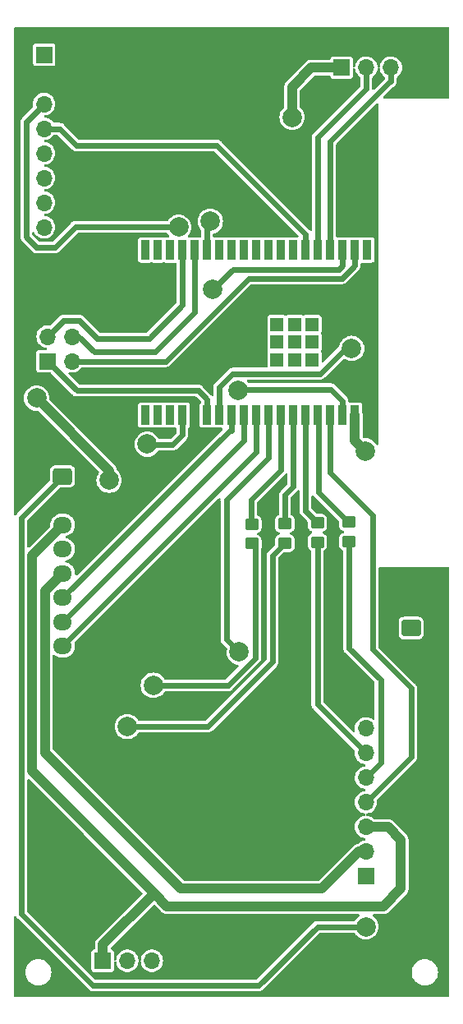
<source format=gbr>
%TF.GenerationSoftware,KiCad,Pcbnew,7.0.9*%
%TF.CreationDate,2023-11-15T19:03:46-05:00*%
%TF.ProjectId,SB2_ACOND_CONN,5342325f-4143-44f4-9e44-5f434f4e4e2e,rev?*%
%TF.SameCoordinates,Original*%
%TF.FileFunction,Copper,L2,Bot*%
%TF.FilePolarity,Positive*%
%FSLAX46Y46*%
G04 Gerber Fmt 4.6, Leading zero omitted, Abs format (unit mm)*
G04 Created by KiCad (PCBNEW 7.0.9) date 2023-11-15 19:03:46*
%MOMM*%
%LPD*%
G01*
G04 APERTURE LIST*
G04 Aperture macros list*
%AMRoundRect*
0 Rectangle with rounded corners*
0 $1 Rounding radius*
0 $2 $3 $4 $5 $6 $7 $8 $9 X,Y pos of 4 corners*
0 Add a 4 corners polygon primitive as box body*
4,1,4,$2,$3,$4,$5,$6,$7,$8,$9,$2,$3,0*
0 Add four circle primitives for the rounded corners*
1,1,$1+$1,$2,$3*
1,1,$1+$1,$4,$5*
1,1,$1+$1,$6,$7*
1,1,$1+$1,$8,$9*
0 Add four rect primitives between the rounded corners*
20,1,$1+$1,$2,$3,$4,$5,0*
20,1,$1+$1,$4,$5,$6,$7,0*
20,1,$1+$1,$6,$7,$8,$9,0*
20,1,$1+$1,$8,$9,$2,$3,0*%
G04 Aperture macros list end*
%TA.AperFunction,ComponentPad*%
%ADD10RoundRect,0.250000X-0.725000X0.600000X-0.725000X-0.600000X0.725000X-0.600000X0.725000X0.600000X0*%
%TD*%
%TA.AperFunction,ComponentPad*%
%ADD11O,1.950000X1.700000*%
%TD*%
%TA.AperFunction,ComponentPad*%
%ADD12R,1.700000X1.700000*%
%TD*%
%TA.AperFunction,ComponentPad*%
%ADD13O,1.700000X1.700000*%
%TD*%
%TA.AperFunction,ComponentPad*%
%ADD14RoundRect,0.250000X0.750000X-0.600000X0.750000X0.600000X-0.750000X0.600000X-0.750000X-0.600000X0*%
%TD*%
%TA.AperFunction,ComponentPad*%
%ADD15O,2.000000X1.700000*%
%TD*%
%TA.AperFunction,SMDPad,CuDef*%
%ADD16RoundRect,0.250000X-0.450000X0.350000X-0.450000X-0.350000X0.450000X-0.350000X0.450000X0.350000X0*%
%TD*%
%TA.AperFunction,SMDPad,CuDef*%
%ADD17R,0.900000X2.000000*%
%TD*%
%TA.AperFunction,SMDPad,CuDef*%
%ADD18R,1.330000X1.330000*%
%TD*%
%TA.AperFunction,ViaPad*%
%ADD19C,2.000000*%
%TD*%
%TA.AperFunction,Conductor*%
%ADD20C,0.600000*%
%TD*%
%TA.AperFunction,Conductor*%
%ADD21C,1.000000*%
%TD*%
G04 APERTURE END LIST*
D10*
%TO.P,JH1,1*%
%TO.N,4.1V*%
X55070000Y-71340000D03*
D11*
%TO.P,JH1,2*%
%TO.N,GND*%
X55070000Y-73840000D03*
%TO.P,JH1,3*%
%TO.N,+3.3_2*%
X55070000Y-76340000D03*
%TO.P,JH1,4*%
%TO.N,+3.3V*%
X55070000Y-78840000D03*
%TO.P,JH1,5*%
%TO.N,+5V*%
X55070000Y-81340000D03*
%TO.P,JH1,6*%
%TO.N,/Acondicionamiento/CtrGPSAc*%
X55070000Y-83840000D03*
%TO.P,JH1,7*%
%TO.N,/Acondicionamiento/CtrSIM*%
X55070000Y-86340000D03*
%TO.P,JH1,8*%
%TO.N,/Acondicionamiento/CtrAl*%
X55070000Y-88840000D03*
%TD*%
D12*
%TO.P,J6,1,Pin_1*%
%TO.N,+3.3_2*%
X59200000Y-121240000D03*
D13*
%TO.P,J6,2,Pin_2*%
%TO.N,/Acondicionamiento/TX_GPS*%
X61740000Y-121240000D03*
%TO.P,J6,3,Pin_3*%
%TO.N,/Acondicionamiento/RX_GPS*%
X64280000Y-121240000D03*
%TO.P,J6,4,Pin_4*%
%TO.N,GND*%
X66820000Y-121240000D03*
%TD*%
D12*
%TO.P,J3,1,Pin_1*%
%TO.N,+3.3V*%
X83850000Y-29230000D03*
D13*
%TO.P,J3,2,Pin_2*%
%TO.N,/Acondicionamiento/RX_BOOT*%
X86390000Y-29230000D03*
%TO.P,J3,3,Pin_3*%
%TO.N,/Acondicionamiento/TX_BOOT*%
X88930000Y-29230000D03*
%TO.P,J3,4,Pin_4*%
%TO.N,GND*%
X91470000Y-29230000D03*
%TD*%
D12*
%TO.P,J2,1,Pin_1*%
%TO.N,/Acondicionamiento/MP1*%
X53520000Y-59480000D03*
D13*
%TO.P,J2,2,Pin_2*%
%TO.N,/Acondicionamiento/MP2*%
X53520000Y-56940000D03*
%TO.P,J2,3,Pin_3*%
%TO.N,/Acondicionamiento/MP4*%
X56060000Y-59480000D03*
%TO.P,J2,4,Pin_4*%
%TO.N,/Acondicionamiento/MP3*%
X56060000Y-56940000D03*
%TD*%
D12*
%TO.P,J4,1,Pin_1*%
%TO.N,4.1V*%
X86350000Y-112550000D03*
D13*
%TO.P,J4,2,Pin_2*%
%TO.N,+5V*%
X86350000Y-110010000D03*
%TO.P,J4,3,Pin_3*%
%TO.N,+3.3_2*%
X86350000Y-107470000D03*
%TO.P,J4,4,Pin_4*%
%TO.N,/Acondicionamiento/RST_SIM*%
X86350000Y-104930000D03*
%TO.P,J4,5,Pin_5*%
%TO.N,/Acondicionamiento/TX_SIM*%
X86350000Y-102390000D03*
%TO.P,J4,6,Pin_6*%
%TO.N,/Acondicionamiento/RX_SIM*%
X86350000Y-99850000D03*
%TO.P,J4,7,Pin_7*%
%TO.N,/Acondicionamiento/GPIO_SIM*%
X86350000Y-97310000D03*
%TO.P,J4,8,Pin_8*%
%TO.N,GND*%
X86350000Y-94770000D03*
%TD*%
D14*
%TO.P,J1,1,Pin_1*%
%TO.N,/Acondicionamiento/CtrLuces*%
X91020000Y-86960000D03*
D15*
%TO.P,J1,2,Pin_2*%
%TO.N,GND*%
X91020000Y-84460000D03*
%TD*%
D12*
%TO.P,J5,1,Pin_1*%
%TO.N,+3.3_2*%
X53150000Y-27900000D03*
D13*
%TO.P,J5,2,Pin_2*%
%TO.N,GND*%
X53150000Y-30440000D03*
%TO.P,J5,3,Pin_3*%
%TO.N,/Acondicionamiento/SCL*%
X53150000Y-32980000D03*
%TO.P,J5,4,Pin_4*%
%TO.N,/Acondicionamiento/SDA*%
X53150000Y-35520000D03*
%TO.P,J5,5,Pin_5*%
%TO.N,unconnected-(J5-Pin_5-Pad5)*%
X53150000Y-38060000D03*
%TO.P,J5,6,Pin_6*%
%TO.N,unconnected-(J5-Pin_6-Pad6)*%
X53150000Y-40600000D03*
%TO.P,J5,7,Pin_7*%
%TO.N,unconnected-(J5-Pin_7-Pad7)*%
X53150000Y-43140000D03*
%TO.P,J5,8,Pin_8*%
%TO.N,unconnected-(J5-Pin_8-Pad8)*%
X53150000Y-45680000D03*
%TD*%
D16*
%TO.P,R8,1*%
%TO.N,/Acondicionamiento/TX_GPS_1*%
X77986000Y-76222400D03*
%TO.P,R8,2*%
%TO.N,/Acondicionamiento/TX_GPS*%
X77986000Y-78222400D03*
%TD*%
%TO.P,R7,1*%
%TO.N,/Acondicionamiento/RX_SIM_1*%
X81338800Y-76120800D03*
%TO.P,R7,2*%
%TO.N,/Acondicionamiento/RX_SIM*%
X81338800Y-78120800D03*
%TD*%
D17*
%TO.P,IC1,1,GND_1*%
%TO.N,GND*%
X86480000Y-65020000D03*
%TO.P,IC1,2,VDD33*%
%TO.N,+3.3V*%
X85210000Y-65020000D03*
%TO.P,IC1,3,EN*%
%TO.N,/Acondicionamiento/EN*%
X83940000Y-65020000D03*
%TO.P,IC1,4,SENSOR_VP*%
%TO.N,/Acondicionamiento/RST_SIM*%
X82670000Y-65020000D03*
%TO.P,IC1,5,SENSOR_VN*%
%TO.N,/Acondicionamiento/TX_SIM_1*%
X81400000Y-65020000D03*
%TO.P,IC1,6,IO34*%
%TO.N,/Acondicionamiento/RX_SIM_1*%
X80130000Y-65020000D03*
%TO.P,IC1,7,IO35*%
%TO.N,/Acondicionamiento/TX_GPS_1*%
X78860000Y-65020000D03*
%TO.P,IC1,8,IO32*%
%TO.N,/Acondicionamiento/RX_GPS_1*%
X77590000Y-65020000D03*
%TO.P,IC1,9,IO33*%
%TO.N,/Acondicionamiento/GPIO_SIM*%
X76320000Y-65020000D03*
%TO.P,IC1,10,IO25*%
%TO.N,/Acondicionamiento/CtrAl*%
X75050000Y-65020000D03*
%TO.P,IC1,11,IO26*%
%TO.N,/Acondicionamiento/CtrSIM*%
X73780000Y-65020000D03*
%TO.P,IC1,12,IO27*%
%TO.N,/Acondicionamiento/CtrGPSAc*%
X72510000Y-65020000D03*
%TO.P,IC1,13,IO14*%
%TO.N,/Acondicionamiento/CtrLuces*%
X71240000Y-65020000D03*
%TO.P,IC1,14,IO12*%
%TO.N,/Acondicionamiento/MP1*%
X69970000Y-65020000D03*
%TO.P,IC1,15,GND_2*%
%TO.N,GND*%
X68700000Y-65020000D03*
%TO.P,IC1,16,IO13*%
%TO.N,/Acondicionamiento/TEST_LED*%
X67430000Y-65020000D03*
%TO.P,IC1,17,SD2*%
%TO.N,unconnected-(IC1-SD2-Pad17)*%
X66160000Y-65020000D03*
%TO.P,IC1,18,SD3*%
%TO.N,unconnected-(IC1-SD3-Pad18)*%
X64890000Y-65020000D03*
%TO.P,IC1,19,CMD*%
%TO.N,unconnected-(IC1-CMD-Pad19)*%
X63620000Y-65020000D03*
%TO.P,IC1,20,CLK*%
%TO.N,unconnected-(IC1-CLK-Pad20)*%
X63620000Y-48020000D03*
%TO.P,IC1,21,SD0*%
%TO.N,unconnected-(IC1-SD0-Pad21)*%
X64890000Y-48020000D03*
%TO.P,IC1,22,SD1*%
%TO.N,unconnected-(IC1-SD1-Pad22)*%
X66160000Y-48020000D03*
%TO.P,IC1,23,IO15*%
%TO.N,/Acondicionamiento/MP2*%
X67430000Y-48020000D03*
%TO.P,IC1,24,IO2*%
%TO.N,/Acondicionamiento/MP3*%
X68700000Y-48020000D03*
%TO.P,IC1,25,IO0*%
%TO.N,/Acondicionamiento/BOOT*%
X69970000Y-48020000D03*
%TO.P,IC1,26,IO4*%
%TO.N,unconnected-(IC1-IO4-Pad26)*%
X71240000Y-48020000D03*
%TO.P,IC1,27,NC_1*%
%TO.N,unconnected-(IC1-NC_1-Pad27)*%
X72510000Y-48020000D03*
%TO.P,IC1,28,NC_2*%
%TO.N,unconnected-(IC1-NC_2-Pad28)*%
X73780000Y-48020000D03*
%TO.P,IC1,29,IO5*%
%TO.N,unconnected-(IC1-IO5-Pad29)*%
X75050000Y-48020000D03*
%TO.P,IC1,30,IO18*%
%TO.N,unconnected-(IC1-IO18-Pad30)*%
X76320000Y-48020000D03*
%TO.P,IC1,31,IO19*%
%TO.N,unconnected-(IC1-IO19-Pad31)*%
X77590000Y-48020000D03*
%TO.P,IC1,32,NC_3*%
%TO.N,unconnected-(IC1-NC_3-Pad32)*%
X78860000Y-48020000D03*
%TO.P,IC1,33,IO21*%
%TO.N,/Acondicionamiento/SDA*%
X80130000Y-48020000D03*
%TO.P,IC1,34,RXD0*%
%TO.N,/Acondicionamiento/RX_BOOT*%
X81400000Y-48020000D03*
%TO.P,IC1,35,TXD0*%
%TO.N,/Acondicionamiento/TX_BOOT*%
X82670000Y-48020000D03*
%TO.P,IC1,36,IO22*%
%TO.N,/Acondicionamiento/SCL*%
X83940000Y-48020000D03*
%TO.P,IC1,37,IO23*%
%TO.N,/Acondicionamiento/MP4*%
X85210000Y-48020000D03*
%TO.P,IC1,38,GND_3*%
%TO.N,unconnected-(IC1-GND_3-Pad38)*%
X86480000Y-48020000D03*
D18*
%TO.P,IC1,39,GND_4*%
%TO.N,unconnected-(IC1-GND_4-Pad39)*%
X80815000Y-59355000D03*
%TO.P,IC1,40,GND_5*%
%TO.N,unconnected-(IC1-GND_5-Pad40)*%
X78980000Y-59355000D03*
%TO.P,IC1,41,GND_6*%
%TO.N,unconnected-(IC1-GND_6-Pad41)*%
X77145000Y-59355000D03*
%TO.P,IC1,42,GND_7*%
%TO.N,unconnected-(IC1-GND_7-Pad42)*%
X77145000Y-57520000D03*
%TO.P,IC1,43,GND_8*%
%TO.N,unconnected-(IC1-GND_8-Pad43)*%
X77145000Y-55685000D03*
%TO.P,IC1,44,GND_9*%
%TO.N,unconnected-(IC1-GND_9-Pad44)*%
X78980000Y-55685000D03*
%TO.P,IC1,45,GND_10*%
%TO.N,unconnected-(IC1-GND_10-Pad45)*%
X80815000Y-55685000D03*
%TO.P,IC1,46,GND_11*%
%TO.N,unconnected-(IC1-GND_11-Pad46)*%
X80815000Y-57520000D03*
%TO.P,IC1,47,GND_12*%
%TO.N,unconnected-(IC1-GND_12-Pad47)*%
X78980000Y-57520000D03*
%TD*%
D16*
%TO.P,R9,1*%
%TO.N,/Acondicionamiento/RX_GPS_1*%
X74582400Y-76273200D03*
%TO.P,R9,2*%
%TO.N,/Acondicionamiento/RX_GPS*%
X74582400Y-78273200D03*
%TD*%
%TO.P,R6,1*%
%TO.N,/Acondicionamiento/TX_SIM_1*%
X84590000Y-76070000D03*
%TO.P,R6,2*%
%TO.N,/Acondicionamiento/TX_SIM*%
X84590000Y-78070000D03*
%TD*%
D19*
%TO.N,/Acondicionamiento/BOOT*%
X70300000Y-45068900D03*
%TO.N,GND*%
X84690000Y-53700000D03*
X58390000Y-41760000D03*
X77720000Y-103400000D03*
%TO.N,+3.3V*%
X78737800Y-34339700D03*
X86280000Y-68720000D03*
%TO.N,/Acondicionamiento/EN*%
X73170000Y-62470000D03*
%TO.N,/Acondicionamiento/CtrLuces*%
X84880500Y-58160000D03*
%TO.N,/Acondicionamiento/TEST_LED*%
X63800000Y-68030000D03*
%TO.N,/Acondicionamiento/SCL*%
X67029800Y-45665900D03*
X70520000Y-52110000D03*
%TO.N,/Acondicionamiento/GPIO_SIM*%
X73288100Y-89441900D03*
%TO.N,4.1V*%
X86350000Y-117740000D03*
%TO.N,+3.3_2*%
X52390000Y-63280000D03*
X59860000Y-71740000D03*
%TO.N,/Acondicionamiento/TX_GPS*%
X61740000Y-97115200D03*
%TO.N,/Acondicionamiento/RX_GPS*%
X64418900Y-92867100D03*
%TD*%
D20*
%TO.N,/Acondicionamiento/BOOT*%
X69970000Y-48020000D02*
X69970000Y-45398900D01*
X69970000Y-45398900D02*
X70300000Y-45068900D01*
%TO.N,GND*%
X68700000Y-67655600D02*
X68700000Y-65020000D01*
X72270800Y-30440000D02*
X74984900Y-27725900D01*
X55070000Y-73840000D02*
X62515600Y-73840000D01*
X89965900Y-27725900D02*
X91470000Y-29230000D01*
X62515600Y-73840000D02*
X68700000Y-67655600D01*
X53510000Y-30440000D02*
X53150000Y-30440000D01*
X72270800Y-30440000D02*
X72270800Y-35833300D01*
X74984900Y-27725900D02*
X89965900Y-27725900D01*
D21*
%TO.N,+3.3V*%
X78737800Y-31202200D02*
X78737800Y-34339700D01*
X83850000Y-29230000D02*
X80710000Y-29230000D01*
X80710000Y-29230000D02*
X78737800Y-31202200D01*
X85210000Y-67650000D02*
X85210000Y-65020000D01*
X86280000Y-68720000D02*
X85210000Y-67650000D01*
D20*
%TO.N,/Acondicionamiento/EN*%
X82740000Y-62360000D02*
X73280000Y-62360000D01*
X83940000Y-63560000D02*
X82740000Y-62360000D01*
X83940000Y-65020000D02*
X83940000Y-63560000D01*
X73280000Y-62360000D02*
X73170000Y-62470000D01*
%TO.N,/Acondicionamiento/RST_SIM*%
X87035600Y-89177500D02*
X87035600Y-75325600D01*
X91010000Y-100270000D02*
X91010000Y-93151900D01*
X91010000Y-93151900D02*
X87035600Y-89177500D01*
X86350000Y-104930000D02*
X91010000Y-100270000D01*
X82670000Y-70960000D02*
X82670000Y-65020000D01*
X87035600Y-75325600D02*
X82670000Y-70960000D01*
%TO.N,/Acondicionamiento/TX_SIM*%
X84632600Y-78070000D02*
X84675100Y-78070000D01*
X87860200Y-92301900D02*
X87860200Y-100880000D01*
X84632600Y-78070000D02*
X84632600Y-89074300D01*
X87860200Y-100880000D02*
X86350000Y-102390000D01*
X84590000Y-78070000D02*
X84632600Y-78070000D01*
X84632600Y-89074300D02*
X87860200Y-92301900D01*
%TO.N,/Acondicionamiento/RX_SIM*%
X81338800Y-78120800D02*
X81338800Y-94838800D01*
X81338800Y-94838800D02*
X86350000Y-99850000D01*
X81338800Y-78120800D02*
X81332800Y-78120800D01*
%TO.N,/Acondicionamiento/CtrAl*%
X75050000Y-68860000D02*
X55070000Y-88840000D01*
X75050000Y-65020000D02*
X75050000Y-68860000D01*
%TO.N,/Acondicionamiento/CtrSIM*%
X73780000Y-67630000D02*
X73780000Y-65020000D01*
X55070000Y-86340000D02*
X73780000Y-67630000D01*
%TO.N,/Acondicionamiento/CtrGPSAc*%
X72510000Y-65020000D02*
X72510000Y-66621900D01*
X72510000Y-66621900D02*
X72288100Y-66621900D01*
X72288100Y-66621900D02*
X55070000Y-83840000D01*
%TO.N,/Acondicionamiento/CtrLuces*%
X84880500Y-58160000D02*
X84241300Y-58160000D01*
X84241300Y-58160000D02*
X81645600Y-60755700D01*
X81645600Y-60755700D02*
X72604300Y-60755700D01*
X71240000Y-62120000D02*
X71240000Y-65020000D01*
X72604300Y-60755700D02*
X71240000Y-62120000D01*
%TO.N,/Acondicionamiento/MP1*%
X69970000Y-63412500D02*
X69075600Y-62518100D01*
X69075600Y-62518100D02*
X56558100Y-62518100D01*
X56558100Y-62518100D02*
X53520000Y-59480000D01*
X69970000Y-65020000D02*
X69970000Y-63412500D01*
%TO.N,/Acondicionamiento/MP2*%
X58620000Y-57120000D02*
X63990000Y-57120000D01*
X56790000Y-55290000D02*
X58620000Y-57120000D01*
X53520000Y-56940000D02*
X55170000Y-55290000D01*
X63990000Y-57120000D02*
X67430000Y-53680000D01*
X67430000Y-53680000D02*
X67430000Y-48020000D01*
X55170000Y-55290000D02*
X56790000Y-55290000D01*
%TO.N,/Acondicionamiento/MP3*%
X64640000Y-58530000D02*
X68700000Y-54470000D01*
X58310000Y-58530000D02*
X64640000Y-58530000D01*
X56720000Y-56940000D02*
X58310000Y-58530000D01*
X56060000Y-56940000D02*
X56720000Y-56940000D01*
X68700000Y-54470000D02*
X68700000Y-48020000D01*
%TO.N,/Acondicionamiento/TEST_LED*%
X63860000Y-68090000D02*
X66430000Y-68090000D01*
X67430000Y-67090000D02*
X67430000Y-65020000D01*
X66430000Y-68090000D02*
X67430000Y-67090000D01*
X63800000Y-68030000D02*
X63860000Y-68090000D01*
%TO.N,/Acondicionamiento/MP4*%
X85210000Y-49627500D02*
X85210000Y-48020000D01*
X74230100Y-50930000D02*
X83907500Y-50930000D01*
X65680100Y-59480000D02*
X74230100Y-50930000D01*
X83907500Y-50930000D02*
X85210000Y-49627500D01*
X56060000Y-59480000D02*
X65680100Y-59480000D01*
%TO.N,/Acondicionamiento/SDA*%
X56510000Y-37270000D02*
X54760000Y-35520000D01*
X80130000Y-48020000D02*
X80130000Y-46418100D01*
X54760000Y-35520000D02*
X53150000Y-35520000D01*
X70981900Y-37270000D02*
X56510000Y-37270000D01*
X80130000Y-46418100D02*
X70981900Y-37270000D01*
%TO.N,/Acondicionamiento/RX_BOOT*%
X81400000Y-36380000D02*
X86390000Y-31390000D01*
X86390000Y-31390000D02*
X86390000Y-29230000D01*
X81400000Y-48020000D02*
X81400000Y-36380000D01*
%TO.N,/Acondicionamiento/TX_BOOT*%
X88930000Y-30681900D02*
X88848100Y-30681900D01*
X82670000Y-36860000D02*
X82670000Y-48020000D01*
X88930000Y-29230000D02*
X88930000Y-30681900D01*
X88848100Y-30681900D02*
X82670000Y-36860000D01*
%TO.N,/Acondicionamiento/SCL*%
X72620000Y-50010000D02*
X83554708Y-50010000D01*
X52360000Y-47730000D02*
X54300000Y-47730000D01*
X70520000Y-52110000D02*
X72620000Y-50010000D01*
X83554708Y-50010000D02*
X83940000Y-49624708D01*
X67025700Y-45670000D02*
X67029800Y-45665900D01*
X53150000Y-32980000D02*
X51310000Y-34820000D01*
X54300000Y-47730000D02*
X56360000Y-45670000D01*
X51310000Y-46680000D02*
X52360000Y-47730000D01*
X56360000Y-45670000D02*
X67025700Y-45670000D01*
X83940000Y-49624708D02*
X83940000Y-48020000D01*
X51310000Y-34820000D02*
X51310000Y-46680000D01*
%TO.N,/Acondicionamiento/GPIO_SIM*%
X73288100Y-89441900D02*
X71950000Y-88103900D01*
X71950000Y-73757400D02*
X76320000Y-69387400D01*
X76320000Y-69387400D02*
X76320000Y-65020000D01*
X71950000Y-88103900D02*
X71950000Y-73757400D01*
%TO.N,4.1V*%
X75320000Y-123770000D02*
X58170000Y-123770000D01*
X86350000Y-117740000D02*
X81350000Y-117740000D01*
X58170000Y-123770000D02*
X50822200Y-116422000D01*
X81350000Y-117740000D02*
X75320000Y-123770000D01*
X50822200Y-116422000D02*
X50822200Y-75587800D01*
X50822200Y-75587800D02*
X55070000Y-71340000D01*
D21*
%TO.N,+3.3_2*%
X51924100Y-101724000D02*
X51924100Y-79485900D01*
X59860000Y-70750000D02*
X59860000Y-71740000D01*
X86950000Y-115640000D02*
X88130000Y-115640000D01*
X65819900Y-115620000D02*
X86930000Y-115620000D01*
X89940000Y-108770000D02*
X88640000Y-107470000D01*
X86930000Y-115620000D02*
X86950000Y-115640000D01*
X64494000Y-114294000D02*
X65819900Y-115620000D01*
X51924100Y-79485900D02*
X55070000Y-76340000D01*
X88130000Y-115640000D02*
X89940000Y-113830000D01*
X52390000Y-63280000D02*
X59860000Y-70750000D01*
X88640000Y-107470000D02*
X86350000Y-107470000D01*
X59200000Y-121240000D02*
X59200000Y-119588000D01*
X59200000Y-119588000D02*
X64494000Y-114294000D01*
X64494000Y-114294000D02*
X51924100Y-101724000D01*
X89940000Y-113830000D02*
X89940000Y-108770000D01*
D20*
%TO.N,/Acondicionamiento/TX_GPS*%
X70044800Y-97115200D02*
X61740000Y-97115200D01*
X77986000Y-78222400D02*
X76710000Y-79498400D01*
X76710000Y-90450000D02*
X70044800Y-97115200D01*
X76710000Y-79498400D02*
X76710000Y-90450000D01*
%TO.N,/Acondicionamiento/RX_GPS*%
X74579400Y-78273200D02*
X74928400Y-78622200D01*
X72135100Y-92867100D02*
X64418900Y-92867100D01*
X74576400Y-78273200D02*
X74579400Y-78273200D01*
X74928400Y-78622200D02*
X74928400Y-90073800D01*
X74928400Y-90073800D02*
X72135100Y-92867100D01*
X74579400Y-78273200D02*
X74582400Y-78273200D01*
D21*
%TO.N,+5V*%
X55070000Y-81340000D02*
X53242800Y-83167200D01*
X53242800Y-83167200D02*
X53242800Y-99792800D01*
X67250000Y-113800000D02*
X81800000Y-113800000D01*
X81800000Y-113800000D02*
X85590000Y-110010000D01*
X85590000Y-110010000D02*
X86350000Y-110010000D01*
X53242800Y-99792800D02*
X67250000Y-113800000D01*
D20*
%TO.N,/Acondicionamiento/TX_SIM_1*%
X84532200Y-76070000D02*
X81424500Y-72962300D01*
X84474300Y-76070000D02*
X84532200Y-76070000D01*
X84532200Y-76070000D02*
X84590000Y-76070000D01*
X81424500Y-72962300D02*
X81424500Y-65044500D01*
X81424500Y-65044500D02*
X81400000Y-65020000D01*
%TO.N,/Acondicionamiento/RX_SIM_1*%
X80130000Y-74912000D02*
X80130000Y-65020000D01*
X81338800Y-76120800D02*
X80130000Y-74912000D01*
%TO.N,/Acondicionamiento/TX_GPS_1*%
X77986000Y-73264000D02*
X77986000Y-76222400D01*
X78860000Y-65020000D02*
X78860000Y-72390000D01*
X78860000Y-72390000D02*
X77986000Y-73264000D01*
%TO.N,/Acondicionamiento/RX_GPS_1*%
X74486500Y-76177300D02*
X74486500Y-73760500D01*
X74486500Y-73760500D02*
X77590000Y-70657000D01*
X77590000Y-70657000D02*
X77590000Y-65020000D01*
X74658300Y-76273200D02*
X74582400Y-76273200D01*
X74582400Y-76273200D02*
X74486500Y-76177300D01*
%TD*%
%TA.AperFunction,Conductor*%
%TO.N,GND*%
G36*
X94898339Y-80729906D02*
G01*
X94944238Y-80782585D01*
X94955584Y-80834392D01*
X94957855Y-103521408D01*
X94959941Y-124364476D01*
X94959988Y-124825988D01*
X94940310Y-124893029D01*
X94887511Y-124938789D01*
X94835988Y-124950000D01*
X50174000Y-124950000D01*
X50106961Y-124930315D01*
X50061206Y-124877511D01*
X50050000Y-124826000D01*
X50050000Y-122430000D01*
X51204341Y-122430000D01*
X51224936Y-122665403D01*
X51224938Y-122665413D01*
X51286094Y-122893655D01*
X51286096Y-122893659D01*
X51286097Y-122893663D01*
X51290761Y-122903664D01*
X51385964Y-123107828D01*
X51385965Y-123107830D01*
X51521505Y-123301402D01*
X51688597Y-123468494D01*
X51882169Y-123604034D01*
X51882171Y-123604035D01*
X52096337Y-123703903D01*
X52324592Y-123765063D01*
X52501034Y-123780500D01*
X52618966Y-123780500D01*
X52795408Y-123765063D01*
X53023663Y-123703903D01*
X53237829Y-123604035D01*
X53431401Y-123468495D01*
X53598495Y-123301401D01*
X53734035Y-123107830D01*
X53833903Y-122893663D01*
X53895063Y-122665408D01*
X53915659Y-122430000D01*
X53895063Y-122194592D01*
X53836584Y-121976344D01*
X53833905Y-121966344D01*
X53833904Y-121966343D01*
X53833903Y-121966337D01*
X53734035Y-121752171D01*
X53734034Y-121752169D01*
X53598494Y-121558597D01*
X53431402Y-121391505D01*
X53237830Y-121255965D01*
X53237828Y-121255964D01*
X53119996Y-121201018D01*
X53023663Y-121156097D01*
X53023659Y-121156096D01*
X53023655Y-121156094D01*
X52795413Y-121094938D01*
X52795403Y-121094936D01*
X52618966Y-121079500D01*
X52501034Y-121079500D01*
X52324596Y-121094936D01*
X52324586Y-121094938D01*
X52096344Y-121156094D01*
X52096335Y-121156098D01*
X51882171Y-121255964D01*
X51882169Y-121255965D01*
X51688597Y-121391505D01*
X51521506Y-121558597D01*
X51521501Y-121558604D01*
X51385967Y-121752165D01*
X51385965Y-121752169D01*
X51286098Y-121966335D01*
X51286094Y-121966344D01*
X51224938Y-122194586D01*
X51224936Y-122194596D01*
X51204341Y-122429999D01*
X51204341Y-122430000D01*
X50050000Y-122430000D01*
X50050000Y-116750319D01*
X50069685Y-116683280D01*
X50122489Y-116637525D01*
X50191647Y-116627581D01*
X50255203Y-116656606D01*
X50288562Y-116702869D01*
X50297656Y-116724827D01*
X50297660Y-116724834D01*
X50297667Y-116724845D01*
X50393919Y-116850284D01*
X50422187Y-116871974D01*
X50428290Y-116877326D01*
X57714673Y-124163907D01*
X57720017Y-124170001D01*
X57741718Y-124198282D01*
X57808570Y-124249579D01*
X57867152Y-124294532D01*
X57867155Y-124294533D01*
X57867159Y-124294536D01*
X57867161Y-124294537D01*
X57867581Y-124294776D01*
X57869171Y-124295370D01*
X57933739Y-124322115D01*
X58011219Y-124354209D01*
X58013170Y-124355099D01*
X58015237Y-124355440D01*
X58017254Y-124355573D01*
X58084887Y-124364476D01*
X58169992Y-124375682D01*
X58205325Y-124371030D01*
X58213422Y-124370500D01*
X75276572Y-124370500D01*
X75284670Y-124371030D01*
X75320000Y-124375682D01*
X75320001Y-124375682D01*
X75405118Y-124364476D01*
X75476762Y-124355044D01*
X75622841Y-124294536D01*
X75622846Y-124294532D01*
X75748282Y-124198282D01*
X75769984Y-124169998D01*
X75775310Y-124163923D01*
X77499234Y-122440000D01*
X91074341Y-122440000D01*
X91094936Y-122675403D01*
X91094938Y-122675413D01*
X91156094Y-122903655D01*
X91156096Y-122903659D01*
X91156097Y-122903663D01*
X91206031Y-123010746D01*
X91255964Y-123117828D01*
X91255965Y-123117830D01*
X91391505Y-123311402D01*
X91558597Y-123478494D01*
X91752169Y-123614034D01*
X91752171Y-123614035D01*
X91966337Y-123713903D01*
X92194592Y-123775063D01*
X92371034Y-123790500D01*
X92488966Y-123790500D01*
X92665408Y-123775063D01*
X92893663Y-123713903D01*
X93107829Y-123614035D01*
X93301401Y-123478495D01*
X93468495Y-123311401D01*
X93604035Y-123117830D01*
X93703903Y-122903663D01*
X93765063Y-122675408D01*
X93785659Y-122440000D01*
X93765063Y-122204592D01*
X93718626Y-122031285D01*
X93703905Y-121976344D01*
X93703904Y-121976343D01*
X93703903Y-121976337D01*
X93604035Y-121762171D01*
X93604034Y-121762169D01*
X93468494Y-121568597D01*
X93301402Y-121401505D01*
X93107830Y-121265965D01*
X93107828Y-121265964D01*
X92976099Y-121204538D01*
X92893663Y-121166097D01*
X92893659Y-121166096D01*
X92893655Y-121166094D01*
X92665413Y-121104938D01*
X92665403Y-121104936D01*
X92488966Y-121089500D01*
X92371034Y-121089500D01*
X92194596Y-121104936D01*
X92194586Y-121104938D01*
X91966344Y-121166094D01*
X91966335Y-121166098D01*
X91752171Y-121265964D01*
X91752169Y-121265965D01*
X91558597Y-121401505D01*
X91391506Y-121568597D01*
X91391501Y-121568604D01*
X91255967Y-121762165D01*
X91255965Y-121762169D01*
X91156098Y-121976335D01*
X91156094Y-121976344D01*
X91094938Y-122204586D01*
X91094936Y-122204596D01*
X91074341Y-122439999D01*
X91074341Y-122440000D01*
X77499234Y-122440000D01*
X81562416Y-118376819D01*
X81623739Y-118343334D01*
X81650097Y-118340500D01*
X85118308Y-118340500D01*
X85185347Y-118360185D01*
X85219880Y-118393374D01*
X85305480Y-118515624D01*
X85349954Y-118579141D01*
X85510858Y-118740045D01*
X85510861Y-118740047D01*
X85697266Y-118870568D01*
X85903504Y-118966739D01*
X86123308Y-119025635D01*
X86285230Y-119039801D01*
X86349998Y-119045468D01*
X86350000Y-119045468D01*
X86350002Y-119045468D01*
X86406673Y-119040509D01*
X86576692Y-119025635D01*
X86796496Y-118966739D01*
X87002734Y-118870568D01*
X87189139Y-118740047D01*
X87350047Y-118579139D01*
X87480568Y-118392734D01*
X87576739Y-118186496D01*
X87635635Y-117966692D01*
X87655468Y-117740000D01*
X87635635Y-117513308D01*
X87576739Y-117293504D01*
X87480568Y-117087266D01*
X87350047Y-116900861D01*
X87350045Y-116900858D01*
X87189141Y-116739954D01*
X87083629Y-116666075D01*
X87040004Y-116611499D01*
X87032810Y-116542001D01*
X87064332Y-116479646D01*
X87124562Y-116444231D01*
X87154752Y-116440500D01*
X88220194Y-116440500D01*
X88260905Y-116431208D01*
X88267760Y-116430043D01*
X88309255Y-116425368D01*
X88348680Y-116411571D01*
X88355321Y-116409658D01*
X88396061Y-116400360D01*
X88433693Y-116382236D01*
X88440105Y-116379580D01*
X88479522Y-116365789D01*
X88514889Y-116343565D01*
X88520961Y-116340209D01*
X88558587Y-116322091D01*
X88591236Y-116296052D01*
X88596895Y-116292037D01*
X88632262Y-116269816D01*
X88759816Y-116142262D01*
X90537827Y-114364251D01*
X90569816Y-114332262D01*
X90592036Y-114296896D01*
X90596054Y-114291234D01*
X90622092Y-114258586D01*
X90640211Y-114220961D01*
X90643570Y-114214881D01*
X90665789Y-114179522D01*
X90679581Y-114140107D01*
X90682244Y-114133679D01*
X90700360Y-114096061D01*
X90709658Y-114055321D01*
X90711571Y-114048680D01*
X90725368Y-114009255D01*
X90730043Y-113967760D01*
X90731208Y-113960905D01*
X90732726Y-113954249D01*
X90740500Y-113920194D01*
X90740500Y-113739805D01*
X90740500Y-108725046D01*
X90740500Y-108679806D01*
X90731207Y-108639093D01*
X90730042Y-108632233D01*
X90725368Y-108590745D01*
X90725367Y-108590742D01*
X90711576Y-108551328D01*
X90709650Y-108544641D01*
X90700360Y-108503939D01*
X90682238Y-108466307D01*
X90679583Y-108459899D01*
X90665789Y-108420478D01*
X90643574Y-108385123D01*
X90640208Y-108379033D01*
X90622092Y-108341415D01*
X90622090Y-108341411D01*
X90596060Y-108308770D01*
X90592033Y-108303096D01*
X90569816Y-108267738D01*
X89142262Y-106840184D01*
X89142259Y-106840182D01*
X89106904Y-106817966D01*
X89101229Y-106813940D01*
X89068589Y-106787910D01*
X89030959Y-106769787D01*
X89024872Y-106766422D01*
X88989525Y-106744212D01*
X88950114Y-106730421D01*
X88943688Y-106727759D01*
X88906061Y-106709639D01*
X88865345Y-106700345D01*
X88858662Y-106698420D01*
X88819259Y-106684632D01*
X88777763Y-106679955D01*
X88770908Y-106678791D01*
X88730200Y-106669501D01*
X88730196Y-106669500D01*
X88730194Y-106669500D01*
X88730191Y-106669500D01*
X87227676Y-106669500D01*
X87160637Y-106649815D01*
X87144138Y-106637137D01*
X87046303Y-106547949D01*
X87046302Y-106547948D01*
X86865019Y-106435702D01*
X86865017Y-106435701D01*
X86765608Y-106397190D01*
X86666198Y-106358679D01*
X86469385Y-106321888D01*
X86407106Y-106290221D01*
X86371833Y-106229908D01*
X86374767Y-106160100D01*
X86414976Y-106102960D01*
X86469384Y-106078111D01*
X86666198Y-106041321D01*
X86865019Y-105964298D01*
X87046302Y-105852052D01*
X87203872Y-105708407D01*
X87332366Y-105538255D01*
X87427405Y-105347389D01*
X87485756Y-105142310D01*
X87505429Y-104930000D01*
X87485756Y-104717690D01*
X87485756Y-104717689D01*
X87485227Y-104711981D01*
X87486850Y-104711830D01*
X87493098Y-104649925D01*
X87520283Y-104608950D01*
X91403922Y-100725311D01*
X91409999Y-100719983D01*
X91438282Y-100698282D01*
X91534536Y-100572841D01*
X91595044Y-100426762D01*
X91610500Y-100309361D01*
X91615682Y-100270000D01*
X91611030Y-100234669D01*
X91610500Y-100226571D01*
X91610500Y-93195328D01*
X91611031Y-93187226D01*
X91615682Y-93151899D01*
X91615682Y-93151898D01*
X91595044Y-92995139D01*
X91595042Y-92995134D01*
X91534538Y-92849063D01*
X91534538Y-92849062D01*
X91534536Y-92849059D01*
X91462450Y-92755115D01*
X91450366Y-92739366D01*
X91438283Y-92723618D01*
X91410009Y-92701923D01*
X91403912Y-92696577D01*
X87672419Y-88965084D01*
X87638934Y-88903761D01*
X87636100Y-88877403D01*
X87636100Y-87603102D01*
X89719500Y-87603102D01*
X89723999Y-87640563D01*
X89730122Y-87691561D01*
X89730122Y-87691563D01*
X89730123Y-87691564D01*
X89737104Y-87709266D01*
X89785639Y-87832343D01*
X89877077Y-87952922D01*
X89997656Y-88044360D01*
X89997657Y-88044360D01*
X89997658Y-88044361D01*
X90138436Y-88099877D01*
X90226898Y-88110500D01*
X90226903Y-88110500D01*
X91813097Y-88110500D01*
X91813102Y-88110500D01*
X91901564Y-88099877D01*
X92042342Y-88044361D01*
X92162922Y-87952922D01*
X92254361Y-87832342D01*
X92309877Y-87691564D01*
X92320500Y-87603102D01*
X92320500Y-86316898D01*
X92309877Y-86228436D01*
X92254361Y-86087658D01*
X92254360Y-86087657D01*
X92254360Y-86087656D01*
X92162922Y-85967077D01*
X92042343Y-85875639D01*
X91901561Y-85820122D01*
X91855926Y-85814642D01*
X91813102Y-85809500D01*
X90226898Y-85809500D01*
X90187853Y-85814188D01*
X90138438Y-85820122D01*
X89997656Y-85875639D01*
X89877077Y-85967077D01*
X89785639Y-86087656D01*
X89730122Y-86228438D01*
X89724188Y-86277853D01*
X89719500Y-86316898D01*
X89719500Y-87603102D01*
X87636100Y-87603102D01*
X87636100Y-80853673D01*
X87655785Y-80786634D01*
X87708589Y-80740879D01*
X87759758Y-80729673D01*
X94831250Y-80710405D01*
X94898339Y-80729906D01*
G37*
%TD.AperFunction*%
%TA.AperFunction,Conductor*%
G36*
X51627903Y-102560328D02*
G01*
X51634371Y-102566350D01*
X57316382Y-108248406D01*
X63274243Y-114206316D01*
X63307727Y-114267639D01*
X63302743Y-114337331D01*
X63274242Y-114381678D01*
X58697738Y-118958184D01*
X58570186Y-119085735D01*
X58570183Y-119085739D01*
X58547966Y-119121096D01*
X58543941Y-119126769D01*
X58517910Y-119159410D01*
X58499791Y-119197033D01*
X58496427Y-119203120D01*
X58474212Y-119238476D01*
X58474208Y-119238483D01*
X58460416Y-119277895D01*
X58457755Y-119284320D01*
X58439639Y-119321939D01*
X58430344Y-119362659D01*
X58428419Y-119369341D01*
X58414632Y-119408744D01*
X58409955Y-119450235D01*
X58408791Y-119457089D01*
X58399500Y-119497806D01*
X58399500Y-119968106D01*
X58379815Y-120035145D01*
X58327011Y-120080900D01*
X58289789Y-120091280D01*
X58280010Y-120092414D01*
X58280008Y-120092415D01*
X58177235Y-120137793D01*
X58097794Y-120217234D01*
X58052415Y-120320006D01*
X58052415Y-120320008D01*
X58049500Y-120345131D01*
X58049500Y-122134856D01*
X58049502Y-122134882D01*
X58052413Y-122159987D01*
X58052415Y-122159991D01*
X58097793Y-122262764D01*
X58097794Y-122262765D01*
X58177235Y-122342206D01*
X58280009Y-122387585D01*
X58305135Y-122390500D01*
X60094864Y-122390499D01*
X60094879Y-122390497D01*
X60094882Y-122390497D01*
X60119987Y-122387586D01*
X60119988Y-122387585D01*
X60119991Y-122387585D01*
X60222765Y-122342206D01*
X60302206Y-122262765D01*
X60347585Y-122159991D01*
X60350500Y-122134865D01*
X60350499Y-121396046D01*
X60370183Y-121329009D01*
X60422987Y-121283254D01*
X60492146Y-121273310D01*
X60555702Y-121302335D01*
X60593476Y-121361113D01*
X60597970Y-121384606D01*
X60604244Y-121452310D01*
X60662596Y-121657392D01*
X60662596Y-121657394D01*
X60757632Y-121848253D01*
X60846806Y-121966337D01*
X60886128Y-122018407D01*
X61043698Y-122162052D01*
X61224981Y-122274298D01*
X61423802Y-122351321D01*
X61633390Y-122390500D01*
X61633392Y-122390500D01*
X61846608Y-122390500D01*
X61846610Y-122390500D01*
X62056198Y-122351321D01*
X62255019Y-122274298D01*
X62436302Y-122162052D01*
X62593872Y-122018407D01*
X62722366Y-121848255D01*
X62722367Y-121848253D01*
X62817403Y-121657394D01*
X62817403Y-121657393D01*
X62817405Y-121657389D01*
X62875756Y-121452310D01*
X62886529Y-121336047D01*
X62912315Y-121271111D01*
X62954622Y-121240804D01*
X63063130Y-121240804D01*
X63099503Y-121261668D01*
X63131693Y-121323681D01*
X63133471Y-121336048D01*
X63144244Y-121452310D01*
X63202596Y-121657392D01*
X63202596Y-121657394D01*
X63297632Y-121848253D01*
X63386806Y-121966337D01*
X63426128Y-122018407D01*
X63583698Y-122162052D01*
X63764981Y-122274298D01*
X63963802Y-122351321D01*
X64173390Y-122390500D01*
X64173392Y-122390500D01*
X64386608Y-122390500D01*
X64386610Y-122390500D01*
X64596198Y-122351321D01*
X64795019Y-122274298D01*
X64976302Y-122162052D01*
X65133872Y-122018407D01*
X65262366Y-121848255D01*
X65262367Y-121848253D01*
X65357403Y-121657394D01*
X65357403Y-121657393D01*
X65357405Y-121657389D01*
X65415756Y-121452310D01*
X65435429Y-121240000D01*
X65415756Y-121027690D01*
X65357405Y-120822611D01*
X65357403Y-120822606D01*
X65357403Y-120822605D01*
X65262367Y-120631746D01*
X65133872Y-120461593D01*
X65006133Y-120345143D01*
X64976302Y-120317948D01*
X64795019Y-120205702D01*
X64795017Y-120205701D01*
X64695608Y-120167190D01*
X64596198Y-120128679D01*
X64386610Y-120089500D01*
X64173390Y-120089500D01*
X63963802Y-120128679D01*
X63963799Y-120128679D01*
X63963799Y-120128680D01*
X63764982Y-120205701D01*
X63764980Y-120205702D01*
X63583699Y-120317947D01*
X63426127Y-120461593D01*
X63297632Y-120631746D01*
X63202596Y-120822605D01*
X63202596Y-120822607D01*
X63144244Y-121027689D01*
X63133471Y-121143951D01*
X63107685Y-121208888D01*
X63063130Y-121240804D01*
X62954622Y-121240804D01*
X62956869Y-121239194D01*
X62920497Y-121218331D01*
X62888307Y-121156318D01*
X62886529Y-121143951D01*
X62882914Y-121104937D01*
X62875756Y-121027690D01*
X62817405Y-120822611D01*
X62817403Y-120822606D01*
X62817403Y-120822605D01*
X62722367Y-120631746D01*
X62593872Y-120461593D01*
X62466133Y-120345143D01*
X62436302Y-120317948D01*
X62255019Y-120205702D01*
X62255017Y-120205701D01*
X62155608Y-120167190D01*
X62056198Y-120128679D01*
X61846610Y-120089500D01*
X61633390Y-120089500D01*
X61423802Y-120128679D01*
X61423799Y-120128679D01*
X61423799Y-120128680D01*
X61224982Y-120205701D01*
X61224980Y-120205702D01*
X61043699Y-120317947D01*
X60886127Y-120461593D01*
X60757632Y-120631746D01*
X60662596Y-120822605D01*
X60662596Y-120822607D01*
X60604244Y-121027689D01*
X60597970Y-121095394D01*
X60572183Y-121160331D01*
X60515383Y-121201018D01*
X60445602Y-121204538D01*
X60384995Y-121169772D01*
X60352806Y-121107759D01*
X60350499Y-121083952D01*
X60350499Y-120345143D01*
X60350499Y-120345136D01*
X60350497Y-120345117D01*
X60347586Y-120320012D01*
X60347585Y-120320010D01*
X60347585Y-120320009D01*
X60302206Y-120217235D01*
X60222765Y-120137794D01*
X60202124Y-120128680D01*
X60119993Y-120092415D01*
X60119986Y-120092413D01*
X60112742Y-120091573D01*
X60048419Y-120064290D01*
X60009058Y-120006563D01*
X60007154Y-119936719D01*
X60039356Y-119880721D01*
X64406295Y-115513781D01*
X64467616Y-115480298D01*
X64537308Y-115485282D01*
X64581657Y-115513784D01*
X65080591Y-116012756D01*
X65188162Y-116120336D01*
X65188204Y-116120383D01*
X65246300Y-116178478D01*
X65286882Y-116219064D01*
X65286949Y-116219127D01*
X65317639Y-116249817D01*
X65352975Y-116272021D01*
X65358651Y-116276048D01*
X65383744Y-116296059D01*
X65391287Y-116302075D01*
X65428925Y-116320202D01*
X65435002Y-116323561D01*
X65470378Y-116345789D01*
X65509785Y-116359577D01*
X65516202Y-116362236D01*
X65553810Y-116380349D01*
X65594542Y-116389646D01*
X65601201Y-116391565D01*
X65640645Y-116405368D01*
X65682132Y-116410041D01*
X65688984Y-116411206D01*
X65729675Y-116420496D01*
X65773250Y-116420496D01*
X65773314Y-116420500D01*
X65832754Y-116420500D01*
X65910064Y-116420503D01*
X65910068Y-116420501D01*
X65913513Y-116420502D01*
X65913563Y-116420500D01*
X85573811Y-116420500D01*
X85640850Y-116440185D01*
X85686605Y-116492989D01*
X85696549Y-116562147D01*
X85667524Y-116625703D01*
X85644934Y-116646075D01*
X85510858Y-116739954D01*
X85349954Y-116900858D01*
X85273450Y-117010118D01*
X85219881Y-117086624D01*
X85165307Y-117130248D01*
X85118308Y-117139500D01*
X81393428Y-117139500D01*
X81385329Y-117138969D01*
X81350000Y-117134318D01*
X81310639Y-117139500D01*
X81193239Y-117154955D01*
X81193237Y-117154956D01*
X81047157Y-117215464D01*
X80921719Y-117311716D01*
X80900019Y-117339994D01*
X80894668Y-117346096D01*
X75107584Y-123133181D01*
X75046261Y-123166666D01*
X75019903Y-123169500D01*
X58470104Y-123169500D01*
X58403065Y-123149815D01*
X58382422Y-123133180D01*
X51459018Y-116209587D01*
X51425533Y-116148263D01*
X51422700Y-116121907D01*
X51422700Y-102654041D01*
X51442385Y-102587002D01*
X51495189Y-102541247D01*
X51564347Y-102531303D01*
X51627903Y-102560328D01*
G37*
%TD.AperFunction*%
%TA.AperFunction,Conductor*%
G36*
X78224218Y-71049581D02*
G01*
X78256971Y-71111298D01*
X78259500Y-71136213D01*
X78259500Y-72089902D01*
X78239815Y-72156941D01*
X78223181Y-72177583D01*
X77592096Y-72808668D01*
X77585993Y-72814020D01*
X77557719Y-72835716D01*
X77533550Y-72867215D01*
X77461461Y-72961162D01*
X77461461Y-72961163D01*
X77400957Y-73107234D01*
X77400955Y-73107239D01*
X77380318Y-73263998D01*
X77380318Y-73263999D01*
X77384969Y-73299326D01*
X77385500Y-73307428D01*
X77385500Y-75255596D01*
X77365815Y-75322635D01*
X77313011Y-75368390D01*
X77306990Y-75370950D01*
X77263660Y-75388037D01*
X77263658Y-75388038D01*
X77143077Y-75479477D01*
X77051639Y-75600056D01*
X76996122Y-75740838D01*
X76990188Y-75790253D01*
X76985500Y-75829298D01*
X76985500Y-76615502D01*
X76990387Y-76656198D01*
X76996122Y-76703961D01*
X77051639Y-76844743D01*
X77143077Y-76965322D01*
X77263656Y-77056760D01*
X77263657Y-77056760D01*
X77263658Y-77056761D01*
X77391171Y-77107046D01*
X77446314Y-77149951D01*
X77469507Y-77215859D01*
X77453386Y-77283844D01*
X77403070Y-77332320D01*
X77391178Y-77337751D01*
X77339663Y-77358065D01*
X77263656Y-77388039D01*
X77143077Y-77479477D01*
X77051639Y-77600056D01*
X76996122Y-77740838D01*
X76993510Y-77762595D01*
X76985500Y-77829298D01*
X76985500Y-77829303D01*
X76985500Y-78322302D01*
X76965815Y-78389341D01*
X76949181Y-78409983D01*
X76316096Y-79043068D01*
X76309994Y-79048419D01*
X76281716Y-79070119D01*
X76185464Y-79195557D01*
X76124956Y-79341637D01*
X76124955Y-79341639D01*
X76104318Y-79498398D01*
X76104318Y-79498399D01*
X76108969Y-79533726D01*
X76109500Y-79541828D01*
X76109500Y-90149903D01*
X76089815Y-90216942D01*
X76073181Y-90237584D01*
X69832384Y-96478381D01*
X69771061Y-96511866D01*
X69744703Y-96514700D01*
X62971692Y-96514700D01*
X62904653Y-96495015D01*
X62870119Y-96461825D01*
X62740047Y-96276061D01*
X62740045Y-96276058D01*
X62579141Y-96115154D01*
X62392734Y-95984632D01*
X62392732Y-95984631D01*
X62186497Y-95888461D01*
X62186488Y-95888458D01*
X61966697Y-95829566D01*
X61966693Y-95829565D01*
X61966692Y-95829565D01*
X61966691Y-95829564D01*
X61966686Y-95829564D01*
X61740002Y-95809732D01*
X61739998Y-95809732D01*
X61513313Y-95829564D01*
X61513302Y-95829566D01*
X61293511Y-95888458D01*
X61293502Y-95888461D01*
X61087267Y-95984631D01*
X61087265Y-95984632D01*
X60900858Y-96115154D01*
X60739954Y-96276058D01*
X60609432Y-96462465D01*
X60609431Y-96462467D01*
X60513261Y-96668702D01*
X60513258Y-96668711D01*
X60454366Y-96888502D01*
X60454364Y-96888513D01*
X60434532Y-97115198D01*
X60434532Y-97115201D01*
X60454364Y-97341886D01*
X60454366Y-97341897D01*
X60513258Y-97561688D01*
X60513261Y-97561697D01*
X60609431Y-97767932D01*
X60609432Y-97767934D01*
X60739954Y-97954341D01*
X60900858Y-98115245D01*
X60900861Y-98115247D01*
X61087266Y-98245768D01*
X61293504Y-98341939D01*
X61513308Y-98400835D01*
X61675230Y-98415001D01*
X61739998Y-98420668D01*
X61740000Y-98420668D01*
X61740002Y-98420668D01*
X61796673Y-98415709D01*
X61966692Y-98400835D01*
X62186496Y-98341939D01*
X62392734Y-98245768D01*
X62579139Y-98115247D01*
X62740047Y-97954339D01*
X62870118Y-97768575D01*
X62924693Y-97724952D01*
X62971692Y-97715700D01*
X70001372Y-97715700D01*
X70009470Y-97716230D01*
X70044800Y-97720882D01*
X70044801Y-97720882D01*
X70097054Y-97714002D01*
X70201562Y-97700244D01*
X70347641Y-97639736D01*
X70376669Y-97617462D01*
X70473082Y-97543482D01*
X70494783Y-97515199D01*
X70500111Y-97509122D01*
X77103922Y-90905311D01*
X77109999Y-90899983D01*
X77138282Y-90878282D01*
X77234536Y-90752841D01*
X77295044Y-90606762D01*
X77310500Y-90489361D01*
X77315682Y-90450000D01*
X77311030Y-90414669D01*
X77310500Y-90406571D01*
X77310500Y-79798497D01*
X77330185Y-79731458D01*
X77346819Y-79710816D01*
X77898416Y-79159219D01*
X77959739Y-79125734D01*
X77986097Y-79122900D01*
X78479097Y-79122900D01*
X78479102Y-79122900D01*
X78567564Y-79112277D01*
X78708342Y-79056761D01*
X78828922Y-78965322D01*
X78920361Y-78844742D01*
X78975877Y-78703964D01*
X78986500Y-78615502D01*
X78986500Y-77829298D01*
X78975877Y-77740836D01*
X78920361Y-77600058D01*
X78920360Y-77600057D01*
X78920360Y-77600056D01*
X78828922Y-77479477D01*
X78708343Y-77388039D01*
X78669445Y-77372700D01*
X78580826Y-77337753D01*
X78525685Y-77294849D01*
X78502492Y-77228941D01*
X78518612Y-77160957D01*
X78568929Y-77112480D01*
X78580814Y-77107051D01*
X78708342Y-77056761D01*
X78828922Y-76965322D01*
X78920361Y-76844742D01*
X78975877Y-76703964D01*
X78986500Y-76615502D01*
X78986500Y-75829298D01*
X78975877Y-75740836D01*
X78920361Y-75600058D01*
X78920360Y-75600057D01*
X78920360Y-75600056D01*
X78828922Y-75479477D01*
X78708341Y-75388038D01*
X78708339Y-75388037D01*
X78665010Y-75370950D01*
X78609866Y-75328044D01*
X78586673Y-75262136D01*
X78586500Y-75255596D01*
X78586500Y-73564096D01*
X78606185Y-73497057D01*
X78622815Y-73476419D01*
X79253923Y-72845310D01*
X79259998Y-72839984D01*
X79288282Y-72818282D01*
X79307124Y-72793727D01*
X79363552Y-72752524D01*
X79433298Y-72748369D01*
X79494218Y-72782581D01*
X79526971Y-72844298D01*
X79529500Y-72869213D01*
X79529500Y-74868571D01*
X79528969Y-74876669D01*
X79526839Y-74892849D01*
X79524318Y-74911999D01*
X79524318Y-74912000D01*
X79529500Y-74951360D01*
X79544955Y-75068760D01*
X79544956Y-75068762D01*
X79601074Y-75204244D01*
X79605464Y-75214841D01*
X79701718Y-75340282D01*
X79729995Y-75361980D01*
X79736085Y-75367320D01*
X80019621Y-75650856D01*
X80301981Y-75933216D01*
X80335466Y-75994539D01*
X80338300Y-76020897D01*
X80338300Y-76513902D01*
X80342822Y-76551561D01*
X80348922Y-76602361D01*
X80404439Y-76743143D01*
X80495877Y-76863722D01*
X80616456Y-76955160D01*
X80616457Y-76955160D01*
X80616458Y-76955161D01*
X80743971Y-77005446D01*
X80799114Y-77048351D01*
X80822307Y-77114259D01*
X80806186Y-77182244D01*
X80755870Y-77230720D01*
X80743978Y-77236151D01*
X80692463Y-77256465D01*
X80616456Y-77286439D01*
X80495877Y-77377877D01*
X80404439Y-77498456D01*
X80348922Y-77639238D01*
X80347527Y-77650858D01*
X80338300Y-77727698D01*
X80338300Y-78513902D01*
X80343926Y-78560754D01*
X80348922Y-78602361D01*
X80404439Y-78743143D01*
X80495877Y-78863722D01*
X80613562Y-78952965D01*
X80616458Y-78955161D01*
X80659790Y-78972248D01*
X80714934Y-79015154D01*
X80738127Y-79081061D01*
X80738300Y-79087603D01*
X80738300Y-94795371D01*
X80737769Y-94803473D01*
X80733118Y-94838799D01*
X80733118Y-94838800D01*
X80738300Y-94878160D01*
X80753755Y-94995560D01*
X80753756Y-94995562D01*
X80814264Y-95141641D01*
X80910518Y-95267082D01*
X80938795Y-95288780D01*
X80944885Y-95294120D01*
X83159871Y-97509106D01*
X85179714Y-99528949D01*
X85213199Y-99590272D01*
X85213810Y-99631891D01*
X85214773Y-99631981D01*
X85194571Y-99849999D01*
X85194571Y-99850000D01*
X85214244Y-100062310D01*
X85272596Y-100267392D01*
X85272596Y-100267394D01*
X85367632Y-100458253D01*
X85454166Y-100572841D01*
X85496128Y-100628407D01*
X85653698Y-100772052D01*
X85834981Y-100884298D01*
X86033802Y-100961321D01*
X86230613Y-100998111D01*
X86292893Y-101029779D01*
X86328166Y-101090092D01*
X86325232Y-101159900D01*
X86285023Y-101217040D01*
X86230613Y-101241888D01*
X86033802Y-101278679D01*
X86033799Y-101278679D01*
X86033799Y-101278680D01*
X85834982Y-101355701D01*
X85834980Y-101355702D01*
X85653699Y-101467947D01*
X85496127Y-101611593D01*
X85367632Y-101781746D01*
X85272596Y-101972605D01*
X85272596Y-101972607D01*
X85233506Y-102109994D01*
X85214244Y-102177690D01*
X85194571Y-102390000D01*
X85214244Y-102602310D01*
X85254468Y-102743682D01*
X85272596Y-102807392D01*
X85272596Y-102807394D01*
X85367632Y-102998253D01*
X85367634Y-102998255D01*
X85496128Y-103168407D01*
X85653698Y-103312052D01*
X85834981Y-103424298D01*
X86033802Y-103501321D01*
X86230613Y-103538111D01*
X86292893Y-103569779D01*
X86328166Y-103630092D01*
X86325232Y-103699900D01*
X86285023Y-103757040D01*
X86230613Y-103781888D01*
X86033802Y-103818679D01*
X86033799Y-103818679D01*
X86033799Y-103818680D01*
X85834982Y-103895701D01*
X85834980Y-103895702D01*
X85653699Y-104007947D01*
X85496127Y-104151593D01*
X85367632Y-104321746D01*
X85272596Y-104512605D01*
X85272596Y-104512607D01*
X85214244Y-104717689D01*
X85194571Y-104929999D01*
X85194571Y-104930000D01*
X85214244Y-105142310D01*
X85272596Y-105347392D01*
X85272596Y-105347394D01*
X85367632Y-105538253D01*
X85367634Y-105538255D01*
X85496128Y-105708407D01*
X85653698Y-105852052D01*
X85834981Y-105964298D01*
X86033802Y-106041321D01*
X86230613Y-106078111D01*
X86292893Y-106109779D01*
X86328166Y-106170092D01*
X86325232Y-106239900D01*
X86285023Y-106297040D01*
X86230613Y-106321888D01*
X86033802Y-106358679D01*
X86033799Y-106358679D01*
X86033799Y-106358680D01*
X85834982Y-106435701D01*
X85834980Y-106435702D01*
X85653699Y-106547947D01*
X85496127Y-106691593D01*
X85367632Y-106861746D01*
X85272596Y-107052605D01*
X85272596Y-107052607D01*
X85214244Y-107257689D01*
X85194571Y-107469999D01*
X85194571Y-107470000D01*
X85214244Y-107682310D01*
X85272596Y-107887392D01*
X85272596Y-107887394D01*
X85367632Y-108078253D01*
X85367634Y-108078255D01*
X85496128Y-108248407D01*
X85653698Y-108392052D01*
X85834981Y-108504298D01*
X86033802Y-108581321D01*
X86230613Y-108618111D01*
X86292893Y-108649779D01*
X86328166Y-108710092D01*
X86325232Y-108779900D01*
X86285023Y-108837040D01*
X86230613Y-108861888D01*
X86033802Y-108898679D01*
X86033799Y-108898679D01*
X86033799Y-108898680D01*
X85834982Y-108975701D01*
X85834980Y-108975702D01*
X85653696Y-109087949D01*
X85551350Y-109181250D01*
X85495403Y-109210504D01*
X85459099Y-109218790D01*
X85452242Y-109219955D01*
X85410743Y-109224632D01*
X85371328Y-109238423D01*
X85364646Y-109240348D01*
X85323940Y-109249640D01*
X85286326Y-109267753D01*
X85279901Y-109270414D01*
X85240482Y-109284209D01*
X85240474Y-109284213D01*
X85205117Y-109306428D01*
X85199032Y-109309791D01*
X85161413Y-109327908D01*
X85161411Y-109327909D01*
X85128769Y-109353941D01*
X85123096Y-109357966D01*
X85087739Y-109380183D01*
X85087735Y-109380186D01*
X81504741Y-112963181D01*
X81443418Y-112996666D01*
X81417060Y-112999500D01*
X67632940Y-112999500D01*
X67565901Y-112979815D01*
X67545259Y-112963181D01*
X54079619Y-99497541D01*
X54046134Y-99436218D01*
X54043300Y-99409860D01*
X54043300Y-89849791D01*
X54062985Y-89782752D01*
X54115789Y-89736997D01*
X54184947Y-89727053D01*
X54242026Y-89750837D01*
X54284288Y-89782752D01*
X54336745Y-89822366D01*
X54527606Y-89917403D01*
X54527608Y-89917403D01*
X54527611Y-89917405D01*
X54732690Y-89975756D01*
X54891806Y-89990500D01*
X54891810Y-89990500D01*
X55248190Y-89990500D01*
X55248194Y-89990500D01*
X55407310Y-89975756D01*
X55612389Y-89917405D01*
X55612393Y-89917403D01*
X55612394Y-89917403D01*
X55803253Y-89822367D01*
X55803253Y-89822366D01*
X55803255Y-89822366D01*
X55973407Y-89693872D01*
X56117052Y-89536302D01*
X56229298Y-89355019D01*
X56306321Y-89156198D01*
X56345500Y-88946610D01*
X56345500Y-88733390D01*
X56307166Y-88528323D01*
X56314197Y-88458810D01*
X56341372Y-88417861D01*
X71137944Y-73621289D01*
X71199265Y-73587806D01*
X71268957Y-73592790D01*
X71324890Y-73634662D01*
X71349307Y-73700126D01*
X71348562Y-73725155D01*
X71344318Y-73757395D01*
X71344318Y-73757399D01*
X71348969Y-73792726D01*
X71349500Y-73800828D01*
X71349500Y-88060481D01*
X71348969Y-88068579D01*
X71344850Y-88099877D01*
X71344318Y-88103923D01*
X71351210Y-88156264D01*
X71354632Y-88182246D01*
X71364956Y-88260666D01*
X71364958Y-88260672D01*
X71364960Y-88260681D01*
X71397279Y-88338697D01*
X71425464Y-88406745D01*
X71425473Y-88406758D01*
X71425474Y-88406760D01*
X71425475Y-88406761D01*
X71464107Y-88457102D01*
X71472008Y-88467398D01*
X71521718Y-88532182D01*
X71549995Y-88553880D01*
X71556097Y-88559231D01*
X71996141Y-88999241D01*
X72029628Y-89060563D01*
X72028238Y-89119019D01*
X72002466Y-89215202D01*
X72002464Y-89215213D01*
X71982632Y-89441898D01*
X71982632Y-89441901D01*
X72002464Y-89668586D01*
X72002466Y-89668597D01*
X72061358Y-89888388D01*
X72061361Y-89888397D01*
X72157531Y-90094632D01*
X72157532Y-90094634D01*
X72288054Y-90281041D01*
X72448958Y-90441945D01*
X72460462Y-90450000D01*
X72635366Y-90572468D01*
X72841604Y-90668639D01*
X73061408Y-90727535D01*
X73131236Y-90733644D01*
X73196305Y-90759096D01*
X73237284Y-90815687D01*
X73241162Y-90885449D01*
X73208110Y-90944853D01*
X71922684Y-92230281D01*
X71861361Y-92263766D01*
X71835003Y-92266600D01*
X65650592Y-92266600D01*
X65583553Y-92246915D01*
X65549019Y-92213725D01*
X65418947Y-92027961D01*
X65418945Y-92027958D01*
X65258041Y-91867054D01*
X65071634Y-91736532D01*
X65071632Y-91736531D01*
X64865397Y-91640361D01*
X64865388Y-91640358D01*
X64645597Y-91581466D01*
X64645593Y-91581465D01*
X64645592Y-91581465D01*
X64645591Y-91581464D01*
X64645586Y-91581464D01*
X64418902Y-91561632D01*
X64418898Y-91561632D01*
X64192213Y-91581464D01*
X64192202Y-91581466D01*
X63972411Y-91640358D01*
X63972402Y-91640361D01*
X63766167Y-91736531D01*
X63766165Y-91736532D01*
X63579758Y-91867054D01*
X63418854Y-92027958D01*
X63288332Y-92214365D01*
X63288331Y-92214367D01*
X63192161Y-92420602D01*
X63192158Y-92420611D01*
X63133266Y-92640402D01*
X63133264Y-92640413D01*
X63113432Y-92867098D01*
X63113432Y-92867101D01*
X63133264Y-93093786D01*
X63133266Y-93093797D01*
X63192158Y-93313588D01*
X63192161Y-93313597D01*
X63288331Y-93519832D01*
X63288332Y-93519834D01*
X63418854Y-93706241D01*
X63579758Y-93867145D01*
X63579761Y-93867147D01*
X63766166Y-93997668D01*
X63972404Y-94093839D01*
X64192208Y-94152735D01*
X64354130Y-94166901D01*
X64418898Y-94172568D01*
X64418900Y-94172568D01*
X64418902Y-94172568D01*
X64475573Y-94167609D01*
X64645592Y-94152735D01*
X64865396Y-94093839D01*
X65071634Y-93997668D01*
X65258039Y-93867147D01*
X65418947Y-93706239D01*
X65549018Y-93520475D01*
X65603593Y-93476852D01*
X65650592Y-93467600D01*
X72091672Y-93467600D01*
X72099770Y-93468130D01*
X72135100Y-93472782D01*
X72135101Y-93472782D01*
X72187354Y-93465902D01*
X72291862Y-93452144D01*
X72437941Y-93391636D01*
X72466969Y-93369362D01*
X72563382Y-93295382D01*
X72585083Y-93267099D01*
X72590411Y-93261022D01*
X75322322Y-90529111D01*
X75328399Y-90523783D01*
X75356682Y-90502082D01*
X75452936Y-90376641D01*
X75513444Y-90230562D01*
X75528900Y-90113161D01*
X75534082Y-90073800D01*
X75529430Y-90038469D01*
X75528900Y-90030371D01*
X75528900Y-78888324D01*
X75537545Y-78842835D01*
X75572277Y-78754764D01*
X75582900Y-78666302D01*
X75582900Y-77880098D01*
X75572277Y-77791636D01*
X75516761Y-77650858D01*
X75516760Y-77650857D01*
X75516760Y-77650856D01*
X75425322Y-77530277D01*
X75304743Y-77438839D01*
X75250384Y-77417403D01*
X75177226Y-77388553D01*
X75122085Y-77345649D01*
X75098892Y-77279741D01*
X75115012Y-77211757D01*
X75165329Y-77163280D01*
X75177214Y-77157851D01*
X75304742Y-77107561D01*
X75425322Y-77016122D01*
X75516761Y-76895542D01*
X75572277Y-76754764D01*
X75582900Y-76666302D01*
X75582900Y-75880098D01*
X75572277Y-75791636D01*
X75516761Y-75650858D01*
X75516760Y-75650857D01*
X75516760Y-75650856D01*
X75425322Y-75530277D01*
X75304741Y-75438838D01*
X75304739Y-75438837D01*
X75165510Y-75383932D01*
X75110366Y-75341027D01*
X75087173Y-75275119D01*
X75087000Y-75268578D01*
X75087000Y-74060596D01*
X75106685Y-73993557D01*
X75123314Y-73972920D01*
X77983923Y-71112310D01*
X77989998Y-71106984D01*
X78018282Y-71085282D01*
X78037124Y-71060727D01*
X78093552Y-71019524D01*
X78163298Y-71015369D01*
X78224218Y-71049581D01*
G37*
%TD.AperFunction*%
%TA.AperFunction,Conductor*%
G36*
X80935703Y-73315870D02*
G01*
X80952874Y-73334095D01*
X80996218Y-73390582D01*
X81024495Y-73412280D01*
X81030585Y-73417620D01*
X82312549Y-74699584D01*
X83553181Y-75940216D01*
X83586666Y-76001539D01*
X83589500Y-76027897D01*
X83589500Y-76463102D01*
X83591244Y-76477624D01*
X83600122Y-76551561D01*
X83655639Y-76692343D01*
X83747077Y-76812922D01*
X83867656Y-76904360D01*
X83867657Y-76904360D01*
X83867658Y-76904361D01*
X83995171Y-76954646D01*
X84050314Y-76997551D01*
X84073507Y-77063459D01*
X84057386Y-77131444D01*
X84007070Y-77179920D01*
X83995178Y-77185351D01*
X83943663Y-77205665D01*
X83867656Y-77235639D01*
X83747077Y-77327077D01*
X83655639Y-77447656D01*
X83600122Y-77588438D01*
X83598727Y-77600058D01*
X83589500Y-77676898D01*
X83589500Y-78463102D01*
X83595126Y-78509954D01*
X83600122Y-78551561D01*
X83655639Y-78692343D01*
X83747077Y-78812922D01*
X83815435Y-78864759D01*
X83867658Y-78904361D01*
X83953591Y-78938249D01*
X84008733Y-78981152D01*
X84031927Y-79047060D01*
X84032100Y-79053602D01*
X84032100Y-89030871D01*
X84031569Y-89038973D01*
X84026918Y-89074299D01*
X84026918Y-89074300D01*
X84032100Y-89113660D01*
X84047555Y-89231060D01*
X84047556Y-89231062D01*
X84108064Y-89377141D01*
X84204318Y-89502582D01*
X84232595Y-89524280D01*
X84238685Y-89529620D01*
X86270697Y-91561632D01*
X87223381Y-92514316D01*
X87256866Y-92575639D01*
X87259700Y-92601997D01*
X87259700Y-96301652D01*
X87240015Y-96368691D01*
X87187211Y-96414446D01*
X87118053Y-96424390D01*
X87054497Y-96395365D01*
X87052165Y-96393292D01*
X87046303Y-96387949D01*
X87046302Y-96387948D01*
X86865019Y-96275702D01*
X86865017Y-96275701D01*
X86765608Y-96237190D01*
X86666198Y-96198679D01*
X86456610Y-96159500D01*
X86243390Y-96159500D01*
X86033802Y-96198679D01*
X86033799Y-96198679D01*
X86033799Y-96198680D01*
X85834982Y-96275701D01*
X85834980Y-96275702D01*
X85653699Y-96387947D01*
X85496127Y-96531593D01*
X85367632Y-96701746D01*
X85272596Y-96892605D01*
X85272596Y-96892607D01*
X85214244Y-97097689D01*
X85194571Y-97309999D01*
X85194571Y-97310000D01*
X85214243Y-97522308D01*
X85219866Y-97542069D01*
X85219278Y-97611936D01*
X85181011Y-97670394D01*
X85117213Y-97698884D01*
X85048141Y-97688359D01*
X85012918Y-97663683D01*
X81975619Y-94626384D01*
X81942134Y-94565061D01*
X81939300Y-94538703D01*
X81939300Y-79087603D01*
X81958985Y-79020564D01*
X82011789Y-78974809D01*
X82017796Y-78972254D01*
X82061142Y-78955161D01*
X82181722Y-78863722D01*
X82273161Y-78743142D01*
X82328677Y-78602364D01*
X82339300Y-78513902D01*
X82339300Y-77727698D01*
X82328677Y-77639236D01*
X82273161Y-77498458D01*
X82273160Y-77498457D01*
X82273160Y-77498456D01*
X82181722Y-77377877D01*
X82061143Y-77286439D01*
X82023139Y-77271452D01*
X81933626Y-77236153D01*
X81878485Y-77193249D01*
X81855292Y-77127341D01*
X81871412Y-77059357D01*
X81921729Y-77010880D01*
X81933614Y-77005451D01*
X82061142Y-76955161D01*
X82181722Y-76863722D01*
X82273161Y-76743142D01*
X82328677Y-76602364D01*
X82339300Y-76513902D01*
X82339300Y-75727698D01*
X82328677Y-75639236D01*
X82273161Y-75498458D01*
X82273160Y-75498457D01*
X82273160Y-75498456D01*
X82181722Y-75377877D01*
X82061143Y-75286439D01*
X81920361Y-75230922D01*
X81874726Y-75225442D01*
X81831902Y-75220300D01*
X81831897Y-75220300D01*
X81338897Y-75220300D01*
X81271858Y-75200615D01*
X81251216Y-75183981D01*
X80766819Y-74699584D01*
X80733334Y-74638261D01*
X80730500Y-74611903D01*
X80730500Y-73409583D01*
X80750185Y-73342544D01*
X80802989Y-73296789D01*
X80872147Y-73286845D01*
X80935703Y-73315870D01*
G37*
%TD.AperFunction*%
%TA.AperFunction,Conductor*%
G36*
X94893028Y-25059697D02*
G01*
X94938795Y-25112490D01*
X94950012Y-25164015D01*
X94950726Y-32305819D01*
X94931048Y-32372860D01*
X94878249Y-32418620D01*
X94826557Y-32429831D01*
X88257569Y-32420857D01*
X88190556Y-32401081D01*
X88144873Y-32348214D01*
X88135024Y-32279042D01*
X88164136Y-32215526D01*
X88170043Y-32209190D01*
X89112903Y-31266330D01*
X89153126Y-31239454D01*
X89232841Y-31206436D01*
X89358282Y-31110182D01*
X89454536Y-30984741D01*
X89515044Y-30838662D01*
X89530500Y-30721261D01*
X89535682Y-30681900D01*
X89531030Y-30646569D01*
X89530500Y-30638471D01*
X89530500Y-30280437D01*
X89550185Y-30213398D01*
X89589222Y-30175010D01*
X89626302Y-30152052D01*
X89783872Y-30008407D01*
X89912366Y-29838255D01*
X90007405Y-29647389D01*
X90065756Y-29442310D01*
X90085429Y-29230000D01*
X90065756Y-29017690D01*
X90007405Y-28812611D01*
X90007403Y-28812606D01*
X90007403Y-28812605D01*
X89912367Y-28621746D01*
X89783872Y-28451593D01*
X89753034Y-28423480D01*
X89626302Y-28307948D01*
X89445019Y-28195702D01*
X89445017Y-28195701D01*
X89345608Y-28157190D01*
X89246198Y-28118679D01*
X89036610Y-28079500D01*
X88823390Y-28079500D01*
X88613802Y-28118679D01*
X88613799Y-28118679D01*
X88613799Y-28118680D01*
X88414982Y-28195701D01*
X88414980Y-28195702D01*
X88233699Y-28307947D01*
X88076127Y-28451593D01*
X87947632Y-28621746D01*
X87852596Y-28812605D01*
X87852596Y-28812607D01*
X87794244Y-29017689D01*
X87783471Y-29133951D01*
X87757685Y-29198888D01*
X87713130Y-29230804D01*
X87749503Y-29251668D01*
X87781693Y-29313681D01*
X87783471Y-29326048D01*
X87794244Y-29442310D01*
X87852596Y-29647392D01*
X87852596Y-29647394D01*
X87947632Y-29838253D01*
X88076127Y-30008406D01*
X88233699Y-30152053D01*
X88246861Y-30160202D01*
X88270777Y-30175010D01*
X88317412Y-30227036D01*
X88329500Y-30280437D01*
X88329500Y-30299902D01*
X88309815Y-30366941D01*
X88293181Y-30387583D01*
X87207363Y-31473401D01*
X87146040Y-31506886D01*
X87076348Y-31501902D01*
X87020415Y-31460030D01*
X86997274Y-31397988D01*
X86996743Y-31398058D01*
X86996438Y-31395748D01*
X86995998Y-31394566D01*
X86995891Y-31391592D01*
X86995681Y-31390002D01*
X86995682Y-31390000D01*
X86991030Y-31354669D01*
X86990500Y-31346571D01*
X86990500Y-30280437D01*
X87010185Y-30213398D01*
X87049222Y-30175010D01*
X87086302Y-30152052D01*
X87243872Y-30008407D01*
X87372366Y-29838255D01*
X87467405Y-29647389D01*
X87525756Y-29442310D01*
X87536529Y-29326047D01*
X87562315Y-29261111D01*
X87606869Y-29229194D01*
X87570497Y-29208331D01*
X87538307Y-29146318D01*
X87536529Y-29133951D01*
X87533175Y-29097759D01*
X87525756Y-29017690D01*
X87467405Y-28812611D01*
X87467403Y-28812606D01*
X87467403Y-28812605D01*
X87372367Y-28621746D01*
X87243872Y-28451593D01*
X87213034Y-28423480D01*
X87086302Y-28307948D01*
X86905019Y-28195702D01*
X86905017Y-28195701D01*
X86805608Y-28157190D01*
X86706198Y-28118679D01*
X86496610Y-28079500D01*
X86283390Y-28079500D01*
X86073802Y-28118679D01*
X86073799Y-28118679D01*
X86073799Y-28118680D01*
X85874982Y-28195701D01*
X85874980Y-28195702D01*
X85693699Y-28307947D01*
X85536127Y-28451593D01*
X85407632Y-28621746D01*
X85312596Y-28812605D01*
X85312596Y-28812607D01*
X85254244Y-29017689D01*
X85247970Y-29085394D01*
X85222183Y-29150331D01*
X85165383Y-29191018D01*
X85095602Y-29194538D01*
X85034995Y-29159772D01*
X85002806Y-29097759D01*
X85000499Y-29073952D01*
X85000499Y-28335143D01*
X85000499Y-28335136D01*
X84998720Y-28319792D01*
X84997586Y-28310012D01*
X84997585Y-28310010D01*
X84997585Y-28310009D01*
X84952206Y-28207235D01*
X84872765Y-28127794D01*
X84852124Y-28118680D01*
X84769992Y-28082415D01*
X84744865Y-28079500D01*
X82955143Y-28079500D01*
X82955117Y-28079502D01*
X82930012Y-28082413D01*
X82930008Y-28082415D01*
X82827235Y-28127793D01*
X82747794Y-28207234D01*
X82702415Y-28310006D01*
X82702415Y-28310008D01*
X82701280Y-28319792D01*
X82673999Y-28384116D01*
X82616273Y-28423480D01*
X82578106Y-28429500D01*
X80800194Y-28429500D01*
X80619806Y-28429500D01*
X80613888Y-28430850D01*
X80579089Y-28438791D01*
X80572235Y-28439955D01*
X80530744Y-28444632D01*
X80491341Y-28458419D01*
X80484659Y-28460344D01*
X80443939Y-28469639D01*
X80406320Y-28487755D01*
X80399895Y-28490416D01*
X80360483Y-28504208D01*
X80360476Y-28504212D01*
X80325120Y-28526427D01*
X80319033Y-28529791D01*
X80281410Y-28547910D01*
X80248769Y-28573941D01*
X80243096Y-28577966D01*
X80207739Y-28600183D01*
X80207735Y-28600186D01*
X78107986Y-30699935D01*
X78107983Y-30699939D01*
X78085766Y-30735296D01*
X78081741Y-30740969D01*
X78055710Y-30773610D01*
X78037591Y-30811233D01*
X78034227Y-30817320D01*
X78012012Y-30852676D01*
X78012008Y-30852683D01*
X77998216Y-30892095D01*
X77995555Y-30898520D01*
X77977439Y-30936139D01*
X77968144Y-30976859D01*
X77966219Y-30983541D01*
X77952432Y-31022944D01*
X77947755Y-31064435D01*
X77946591Y-31071289D01*
X77937300Y-31112006D01*
X77937300Y-33249651D01*
X77917615Y-33316690D01*
X77900981Y-33337332D01*
X77737754Y-33500558D01*
X77607232Y-33686965D01*
X77607231Y-33686967D01*
X77511061Y-33893202D01*
X77511058Y-33893211D01*
X77452166Y-34113002D01*
X77452164Y-34113013D01*
X77432332Y-34339698D01*
X77432332Y-34339701D01*
X77452164Y-34566386D01*
X77452166Y-34566397D01*
X77511058Y-34786188D01*
X77511061Y-34786197D01*
X77607231Y-34992432D01*
X77607232Y-34992434D01*
X77737754Y-35178841D01*
X77898658Y-35339745D01*
X77898661Y-35339747D01*
X78085066Y-35470268D01*
X78291304Y-35566439D01*
X78511108Y-35625335D01*
X78673030Y-35639501D01*
X78737798Y-35645168D01*
X78737800Y-35645168D01*
X78737802Y-35645168D01*
X78794473Y-35640209D01*
X78964492Y-35625335D01*
X79184296Y-35566439D01*
X79390534Y-35470268D01*
X79576939Y-35339747D01*
X79737847Y-35178839D01*
X79868368Y-34992434D01*
X79964539Y-34786196D01*
X80023435Y-34566392D01*
X80042796Y-34345094D01*
X80043268Y-34339701D01*
X80043268Y-34339698D01*
X80037601Y-34274930D01*
X80023435Y-34113008D01*
X79964539Y-33893204D01*
X79868368Y-33686966D01*
X79737847Y-33500561D01*
X79737845Y-33500558D01*
X79574619Y-33337332D01*
X79541134Y-33276009D01*
X79538300Y-33249651D01*
X79538300Y-31585140D01*
X79557985Y-31518101D01*
X79574619Y-31497459D01*
X81005259Y-30066819D01*
X81066582Y-30033334D01*
X81092940Y-30030500D01*
X82578107Y-30030500D01*
X82645146Y-30050185D01*
X82690901Y-30102989D01*
X82701282Y-30140217D01*
X82702415Y-30149992D01*
X82747793Y-30252764D01*
X82747794Y-30252765D01*
X82827235Y-30332206D01*
X82930009Y-30377585D01*
X82955135Y-30380500D01*
X84744864Y-30380499D01*
X84744879Y-30380497D01*
X84744882Y-30380497D01*
X84769987Y-30377586D01*
X84769988Y-30377585D01*
X84769991Y-30377585D01*
X84872765Y-30332206D01*
X84952206Y-30252765D01*
X84997585Y-30149991D01*
X85000500Y-30124865D01*
X85000499Y-29386046D01*
X85020183Y-29319009D01*
X85072987Y-29273254D01*
X85142146Y-29263310D01*
X85205702Y-29292335D01*
X85243476Y-29351113D01*
X85247970Y-29374606D01*
X85254244Y-29442310D01*
X85312596Y-29647392D01*
X85312596Y-29647394D01*
X85407632Y-29838253D01*
X85536127Y-30008406D01*
X85693699Y-30152053D01*
X85706861Y-30160202D01*
X85730777Y-30175010D01*
X85777412Y-30227036D01*
X85789500Y-30280437D01*
X85789500Y-31089902D01*
X85769815Y-31156941D01*
X85753181Y-31177583D01*
X81006096Y-35924668D01*
X80999994Y-35930019D01*
X80971716Y-35951719D01*
X80875464Y-36077157D01*
X80814956Y-36223237D01*
X80814955Y-36223239D01*
X80794318Y-36379998D01*
X80794318Y-36379999D01*
X80798969Y-36415326D01*
X80799500Y-36423428D01*
X80799500Y-45938887D01*
X80779815Y-46005926D01*
X80727011Y-46051681D01*
X80657853Y-46061625D01*
X80594297Y-46032600D01*
X80577125Y-46014375D01*
X80570642Y-46005926D01*
X80558282Y-45989818D01*
X80558280Y-45989817D01*
X80558280Y-45989816D01*
X80530007Y-45968122D01*
X80523904Y-45962769D01*
X71437228Y-36876093D01*
X71431874Y-36869988D01*
X71410186Y-36841722D01*
X71410183Y-36841720D01*
X71410182Y-36841718D01*
X71284741Y-36745464D01*
X71138662Y-36684956D01*
X71138660Y-36684955D01*
X71021261Y-36669500D01*
X70981900Y-36664318D01*
X70946570Y-36668969D01*
X70938472Y-36669500D01*
X56810097Y-36669500D01*
X56743058Y-36649815D01*
X56722416Y-36633181D01*
X56013903Y-35924668D01*
X55215320Y-35126085D01*
X55209980Y-35119995D01*
X55188282Y-35091718D01*
X55062841Y-34995464D01*
X55055521Y-34992432D01*
X54916762Y-34934956D01*
X54916760Y-34934955D01*
X54799361Y-34919500D01*
X54760000Y-34914318D01*
X54724670Y-34918969D01*
X54716572Y-34919500D01*
X54199967Y-34919500D01*
X54132928Y-34899815D01*
X54101013Y-34870227D01*
X54003872Y-34741593D01*
X53917921Y-34663238D01*
X53846302Y-34597948D01*
X53665019Y-34485702D01*
X53665017Y-34485701D01*
X53503720Y-34423215D01*
X53466198Y-34408679D01*
X53269385Y-34371888D01*
X53207106Y-34340221D01*
X53171833Y-34279908D01*
X53174767Y-34210100D01*
X53214976Y-34152960D01*
X53269384Y-34128111D01*
X53466198Y-34091321D01*
X53665019Y-34014298D01*
X53846302Y-33902052D01*
X54003872Y-33758407D01*
X54132366Y-33588255D01*
X54176032Y-33500561D01*
X54227403Y-33397394D01*
X54227403Y-33397393D01*
X54227405Y-33397389D01*
X54285756Y-33192310D01*
X54305429Y-32980000D01*
X54304887Y-32974156D01*
X54303605Y-32960326D01*
X54285756Y-32767690D01*
X54227405Y-32562611D01*
X54227403Y-32562606D01*
X54227403Y-32562605D01*
X54132367Y-32371746D01*
X54003872Y-32201593D01*
X53846302Y-32057948D01*
X53665019Y-31945702D01*
X53665017Y-31945701D01*
X53565608Y-31907190D01*
X53466198Y-31868679D01*
X53256610Y-31829500D01*
X53043390Y-31829500D01*
X52833802Y-31868679D01*
X52833799Y-31868679D01*
X52833799Y-31868680D01*
X52634982Y-31945701D01*
X52634980Y-31945702D01*
X52453699Y-32057947D01*
X52296127Y-32201593D01*
X52167632Y-32371746D01*
X52072596Y-32562605D01*
X52072596Y-32562607D01*
X52014244Y-32767689D01*
X51994571Y-32979999D01*
X51994571Y-32980000D01*
X52014773Y-33198019D01*
X52013158Y-33198168D01*
X52006881Y-33260119D01*
X51979713Y-33301050D01*
X50916096Y-34364668D01*
X50909993Y-34370020D01*
X50881719Y-34391716D01*
X50857550Y-34423215D01*
X50785461Y-34517162D01*
X50785461Y-34517163D01*
X50724957Y-34663234D01*
X50724955Y-34663239D01*
X50704318Y-34819998D01*
X50704318Y-34819999D01*
X50708969Y-34855326D01*
X50709500Y-34863428D01*
X50709500Y-46636571D01*
X50708969Y-46644669D01*
X50704318Y-46680000D01*
X50709500Y-46719361D01*
X50710044Y-46723490D01*
X50724955Y-46836760D01*
X50724956Y-46836762D01*
X50782264Y-46975117D01*
X50785464Y-46982841D01*
X50881718Y-47108282D01*
X50909995Y-47129980D01*
X50916085Y-47135320D01*
X51904669Y-48123904D01*
X51910020Y-48130005D01*
X51931718Y-48158282D01*
X52057159Y-48254536D01*
X52203238Y-48315044D01*
X52281619Y-48325363D01*
X52359999Y-48335682D01*
X52360000Y-48335682D01*
X52395329Y-48331030D01*
X52403428Y-48330500D01*
X54256572Y-48330500D01*
X54264670Y-48331030D01*
X54300000Y-48335682D01*
X54300001Y-48335682D01*
X54352254Y-48328802D01*
X54456762Y-48315044D01*
X54602841Y-48254536D01*
X54728282Y-48158282D01*
X54749984Y-48129998D01*
X54755310Y-48123923D01*
X56572416Y-46306819D01*
X56633739Y-46273334D01*
X56660097Y-46270500D01*
X65800978Y-46270500D01*
X65868017Y-46290185D01*
X65902553Y-46323377D01*
X66029754Y-46505041D01*
X66032532Y-46507819D01*
X66066017Y-46569142D01*
X66061033Y-46638834D01*
X66019161Y-46694767D01*
X65953697Y-46719184D01*
X65944851Y-46719500D01*
X65665143Y-46719500D01*
X65665117Y-46719502D01*
X65640012Y-46722413D01*
X65640010Y-46722414D01*
X65575085Y-46751081D01*
X65505807Y-46760152D01*
X65474915Y-46751081D01*
X65409992Y-46722415D01*
X65384865Y-46719500D01*
X64395143Y-46719500D01*
X64395117Y-46719502D01*
X64370012Y-46722413D01*
X64370010Y-46722414D01*
X64305085Y-46751081D01*
X64235807Y-46760152D01*
X64204915Y-46751081D01*
X64139992Y-46722415D01*
X64114865Y-46719500D01*
X63125143Y-46719500D01*
X63125117Y-46719502D01*
X63100012Y-46722413D01*
X63100008Y-46722415D01*
X62997235Y-46767793D01*
X62917794Y-46847234D01*
X62872415Y-46950006D01*
X62872415Y-46950008D01*
X62869500Y-46975131D01*
X62869500Y-49064856D01*
X62869502Y-49064882D01*
X62872413Y-49089987D01*
X62872415Y-49089991D01*
X62917793Y-49192764D01*
X62917794Y-49192765D01*
X62997235Y-49272206D01*
X63100009Y-49317585D01*
X63125135Y-49320500D01*
X64114864Y-49320499D01*
X64114879Y-49320497D01*
X64114882Y-49320497D01*
X64139987Y-49317586D01*
X64139987Y-49317585D01*
X64139991Y-49317585D01*
X64204914Y-49288918D01*
X64274190Y-49279847D01*
X64305085Y-49288919D01*
X64368686Y-49317001D01*
X64370009Y-49317585D01*
X64395135Y-49320500D01*
X65384864Y-49320499D01*
X65384879Y-49320497D01*
X65384882Y-49320497D01*
X65409987Y-49317586D01*
X65409987Y-49317585D01*
X65409991Y-49317585D01*
X65474914Y-49288918D01*
X65544190Y-49279847D01*
X65575085Y-49288919D01*
X65638686Y-49317001D01*
X65640009Y-49317585D01*
X65665135Y-49320500D01*
X66654864Y-49320499D01*
X66654879Y-49320497D01*
X66654882Y-49320497D01*
X66689258Y-49316511D01*
X66689643Y-49319837D01*
X66742786Y-49320891D01*
X66800804Y-49359823D01*
X66828564Y-49423941D01*
X66829500Y-49439152D01*
X66829500Y-53379903D01*
X66809815Y-53446942D01*
X66793181Y-53467584D01*
X63777584Y-56483181D01*
X63716261Y-56516666D01*
X63689903Y-56519500D01*
X58920097Y-56519500D01*
X58853058Y-56499815D01*
X58832416Y-56483181D01*
X58123173Y-55773938D01*
X57245320Y-54896085D01*
X57239979Y-54889994D01*
X57218282Y-54861718D01*
X57092841Y-54765464D01*
X56946762Y-54704956D01*
X56946760Y-54704955D01*
X56829361Y-54689500D01*
X56790000Y-54684318D01*
X56754670Y-54688969D01*
X56746572Y-54689500D01*
X55213428Y-54689500D01*
X55205329Y-54688969D01*
X55170000Y-54684318D01*
X55130639Y-54689500D01*
X55013239Y-54704955D01*
X55013237Y-54704956D01*
X54867157Y-54765464D01*
X54741719Y-54861716D01*
X54720019Y-54889994D01*
X54714668Y-54896096D01*
X53836825Y-55773938D01*
X53775502Y-55807423D01*
X53726360Y-55808146D01*
X53694110Y-55802117D01*
X53626610Y-55789500D01*
X53413390Y-55789500D01*
X53203802Y-55828679D01*
X53203799Y-55828679D01*
X53203799Y-55828680D01*
X53004982Y-55905701D01*
X53004980Y-55905702D01*
X52823699Y-56017947D01*
X52666127Y-56161593D01*
X52537632Y-56331746D01*
X52442596Y-56522605D01*
X52442596Y-56522607D01*
X52384244Y-56727689D01*
X52364571Y-56939999D01*
X52364571Y-56940000D01*
X52384244Y-57152310D01*
X52442596Y-57357392D01*
X52442596Y-57357394D01*
X52537632Y-57548253D01*
X52666127Y-57718406D01*
X52666128Y-57718407D01*
X52823698Y-57862052D01*
X53004981Y-57974298D01*
X53203802Y-58051321D01*
X53376544Y-58083612D01*
X53438823Y-58115279D01*
X53474096Y-58175591D01*
X53471162Y-58245400D01*
X53430953Y-58302540D01*
X53366235Y-58328871D01*
X53353757Y-58329500D01*
X52625143Y-58329500D01*
X52625117Y-58329502D01*
X52600012Y-58332413D01*
X52600008Y-58332415D01*
X52497235Y-58377793D01*
X52417794Y-58457234D01*
X52372415Y-58560006D01*
X52372415Y-58560008D01*
X52369500Y-58585131D01*
X52369500Y-60374856D01*
X52369502Y-60374882D01*
X52372413Y-60399987D01*
X52372415Y-60399991D01*
X52417793Y-60502764D01*
X52417794Y-60502765D01*
X52497235Y-60582206D01*
X52600009Y-60627585D01*
X52625135Y-60630500D01*
X53769902Y-60630499D01*
X53836941Y-60650184D01*
X53857583Y-60666818D01*
X56102769Y-62912004D01*
X56108120Y-62918105D01*
X56129818Y-62946382D01*
X56179127Y-62984218D01*
X56255259Y-63042636D01*
X56401338Y-63103144D01*
X56479719Y-63113463D01*
X56558099Y-63123782D01*
X56558100Y-63123782D01*
X56593429Y-63119130D01*
X56601528Y-63118600D01*
X68775503Y-63118600D01*
X68842542Y-63138285D01*
X68863184Y-63154919D01*
X69323966Y-63615701D01*
X69357451Y-63677024D01*
X69352467Y-63746716D01*
X69323966Y-63791063D01*
X69267794Y-63847234D01*
X69222415Y-63950006D01*
X69222415Y-63950008D01*
X69219500Y-63975131D01*
X69219500Y-66064856D01*
X69219502Y-66064882D01*
X69222413Y-66089987D01*
X69222415Y-66089991D01*
X69267793Y-66192764D01*
X69267794Y-66192765D01*
X69347235Y-66272206D01*
X69450009Y-66317585D01*
X69475135Y-66320500D01*
X70464864Y-66320499D01*
X70464879Y-66320497D01*
X70464882Y-66320497D01*
X70489987Y-66317586D01*
X70489987Y-66317585D01*
X70489991Y-66317585D01*
X70554914Y-66288918D01*
X70624190Y-66279847D01*
X70655085Y-66288919D01*
X70718686Y-66317001D01*
X70720009Y-66317585D01*
X70745135Y-66320500D01*
X71440903Y-66320499D01*
X71507941Y-66340183D01*
X71553696Y-66392987D01*
X71563640Y-66462146D01*
X71534615Y-66525702D01*
X71528583Y-66532180D01*
X56557181Y-81503583D01*
X56495858Y-81537068D01*
X56426166Y-81532084D01*
X56370233Y-81490212D01*
X56345816Y-81424748D01*
X56345500Y-81415902D01*
X56345500Y-81233392D01*
X56345500Y-81233390D01*
X56306321Y-81023802D01*
X56229298Y-80824981D01*
X56117052Y-80643698D01*
X55973407Y-80486128D01*
X55973406Y-80486127D01*
X55803253Y-80357632D01*
X55612393Y-80262596D01*
X55424960Y-80209266D01*
X55365867Y-80171986D01*
X55336310Y-80108677D01*
X55345672Y-80039437D01*
X55390982Y-79986251D01*
X55424960Y-79970734D01*
X55612389Y-79917405D01*
X55612393Y-79917403D01*
X55612394Y-79917403D01*
X55803253Y-79822367D01*
X55803253Y-79822366D01*
X55803255Y-79822366D01*
X55973407Y-79693872D01*
X56117052Y-79536302D01*
X56229298Y-79355019D01*
X56306321Y-79156198D01*
X56345500Y-78946610D01*
X56345500Y-78733390D01*
X56306321Y-78523802D01*
X56229298Y-78324981D01*
X56117052Y-78143698D01*
X55973407Y-77986128D01*
X55973406Y-77986127D01*
X55803253Y-77857632D01*
X55612393Y-77762596D01*
X55424960Y-77709266D01*
X55365867Y-77671986D01*
X55336310Y-77608677D01*
X55345672Y-77539437D01*
X55390982Y-77486251D01*
X55424960Y-77470734D01*
X55612389Y-77417405D01*
X55612393Y-77417403D01*
X55612394Y-77417403D01*
X55803253Y-77322367D01*
X55803253Y-77322366D01*
X55803255Y-77322366D01*
X55973407Y-77193872D01*
X56117052Y-77036302D01*
X56229298Y-76855019D01*
X56306321Y-76656198D01*
X56345500Y-76446610D01*
X56345500Y-76233390D01*
X56306321Y-76023802D01*
X56229298Y-75824981D01*
X56117052Y-75643698D01*
X55973407Y-75486128D01*
X55922465Y-75447658D01*
X55803253Y-75357632D01*
X55612393Y-75262596D01*
X55407310Y-75204244D01*
X55248194Y-75189500D01*
X54891806Y-75189500D01*
X54771854Y-75200615D01*
X54732689Y-75204244D01*
X54527607Y-75262596D01*
X54527605Y-75262596D01*
X54336746Y-75357632D01*
X54166593Y-75486127D01*
X54022947Y-75643699D01*
X53910702Y-75824980D01*
X53910701Y-75824982D01*
X53833680Y-76023799D01*
X53794500Y-76233392D01*
X53794500Y-76432059D01*
X53774815Y-76499098D01*
X53758181Y-76519740D01*
X51634381Y-78643540D01*
X51573058Y-78677025D01*
X51503366Y-78672041D01*
X51447433Y-78630169D01*
X51423016Y-78564705D01*
X51422700Y-78555859D01*
X51422700Y-75887897D01*
X51442385Y-75820858D01*
X51459019Y-75800216D01*
X54732416Y-72526819D01*
X54793739Y-72493334D01*
X54820097Y-72490500D01*
X55838097Y-72490500D01*
X55838102Y-72490500D01*
X55926564Y-72479877D01*
X56067342Y-72424361D01*
X56187922Y-72332922D01*
X56279361Y-72212342D01*
X56334877Y-72071564D01*
X56345500Y-71983102D01*
X56345500Y-70696898D01*
X56334877Y-70608436D01*
X56279361Y-70467658D01*
X56279360Y-70467657D01*
X56279360Y-70467656D01*
X56187922Y-70347077D01*
X56067343Y-70255639D01*
X55926561Y-70200122D01*
X55880926Y-70194642D01*
X55838102Y-70189500D01*
X54301898Y-70189500D01*
X54262853Y-70194188D01*
X54213438Y-70200122D01*
X54072656Y-70255639D01*
X53952077Y-70347077D01*
X53860639Y-70467656D01*
X53805122Y-70608438D01*
X53799291Y-70657000D01*
X53794500Y-70696898D01*
X53794500Y-70696903D01*
X53794500Y-71714902D01*
X53774815Y-71781941D01*
X53758181Y-71802583D01*
X50428296Y-75132468D01*
X50422194Y-75137819D01*
X50393916Y-75159519D01*
X50297665Y-75284956D01*
X50288561Y-75306936D01*
X50244719Y-75361339D01*
X50178425Y-75383403D01*
X50110726Y-75366123D01*
X50063116Y-75314985D01*
X50050000Y-75259482D01*
X50050000Y-63280001D01*
X51084532Y-63280001D01*
X51104364Y-63506686D01*
X51104366Y-63506697D01*
X51163258Y-63726488D01*
X51163261Y-63726497D01*
X51259431Y-63932732D01*
X51259432Y-63932734D01*
X51389954Y-64119141D01*
X51550858Y-64280045D01*
X51550861Y-64280047D01*
X51737266Y-64410568D01*
X51943504Y-64506739D01*
X52163308Y-64565635D01*
X52325230Y-64579801D01*
X52389998Y-64585468D01*
X52389999Y-64585468D01*
X52389999Y-64585467D01*
X52390000Y-64585468D01*
X52491839Y-64576557D01*
X52560336Y-64590323D01*
X52590326Y-64612404D01*
X58794134Y-70816212D01*
X58827619Y-70877535D01*
X58822635Y-70947227D01*
X58808029Y-70975015D01*
X58729431Y-71087267D01*
X58633261Y-71293502D01*
X58633258Y-71293511D01*
X58574366Y-71513302D01*
X58574364Y-71513313D01*
X58554532Y-71739998D01*
X58554532Y-71740001D01*
X58574364Y-71966686D01*
X58574366Y-71966697D01*
X58633258Y-72186488D01*
X58633261Y-72186497D01*
X58729431Y-72392732D01*
X58729432Y-72392734D01*
X58859954Y-72579141D01*
X59020858Y-72740045D01*
X59020861Y-72740047D01*
X59207266Y-72870568D01*
X59413504Y-72966739D01*
X59633308Y-73025635D01*
X59795230Y-73039801D01*
X59859998Y-73045468D01*
X59860000Y-73045468D01*
X59860002Y-73045468D01*
X59916673Y-73040509D01*
X60086692Y-73025635D01*
X60306496Y-72966739D01*
X60512734Y-72870568D01*
X60699139Y-72740047D01*
X60860047Y-72579139D01*
X60990568Y-72392734D01*
X61086739Y-72186496D01*
X61145635Y-71966692D01*
X61165468Y-71740000D01*
X61145635Y-71513308D01*
X61086739Y-71293504D01*
X60990568Y-71087266D01*
X60860047Y-70900861D01*
X60699139Y-70739953D01*
X60699135Y-70739950D01*
X60696452Y-70737267D01*
X60662967Y-70675943D01*
X60660912Y-70663462D01*
X60660500Y-70659803D01*
X60657842Y-70648160D01*
X60651203Y-70619076D01*
X60650044Y-70612251D01*
X60645368Y-70570745D01*
X60631574Y-70531324D01*
X60629652Y-70524655D01*
X60620359Y-70483939D01*
X60602245Y-70446326D01*
X60599583Y-70439898D01*
X60585789Y-70400478D01*
X60563563Y-70365106D01*
X60560213Y-70359044D01*
X60542091Y-70321413D01*
X60516049Y-70288757D01*
X60512038Y-70283104D01*
X60498017Y-70260790D01*
X60489818Y-70247740D01*
X58272079Y-68030001D01*
X62494532Y-68030001D01*
X62514364Y-68256686D01*
X62514366Y-68256697D01*
X62573258Y-68476488D01*
X62573261Y-68476497D01*
X62669431Y-68682732D01*
X62669432Y-68682734D01*
X62799954Y-68869141D01*
X62960858Y-69030045D01*
X62960861Y-69030047D01*
X63147266Y-69160568D01*
X63353504Y-69256739D01*
X63573308Y-69315635D01*
X63735230Y-69329801D01*
X63799998Y-69335468D01*
X63800000Y-69335468D01*
X63800002Y-69335468D01*
X63856673Y-69330509D01*
X64026692Y-69315635D01*
X64246496Y-69256739D01*
X64452734Y-69160568D01*
X64639139Y-69030047D01*
X64800047Y-68869139D01*
X64888106Y-68743377D01*
X64942683Y-68699752D01*
X64989681Y-68690500D01*
X66386572Y-68690500D01*
X66394670Y-68691030D01*
X66430000Y-68695682D01*
X66430001Y-68695682D01*
X66482254Y-68688802D01*
X66586762Y-68675044D01*
X66732841Y-68614536D01*
X66807616Y-68557159D01*
X66858282Y-68518282D01*
X66879983Y-68489999D01*
X66885311Y-68483922D01*
X67823922Y-67545311D01*
X67829999Y-67539983D01*
X67858282Y-67518282D01*
X67954536Y-67392841D01*
X68015044Y-67246762D01*
X68017569Y-67227582D01*
X68035683Y-67090000D01*
X68031031Y-67054665D01*
X68030500Y-67046563D01*
X68030500Y-66345833D01*
X68050185Y-66278794D01*
X68066819Y-66258152D01*
X68132206Y-66192765D01*
X68177585Y-66089991D01*
X68180500Y-66064865D01*
X68180499Y-63975136D01*
X68180497Y-63975117D01*
X68177586Y-63950012D01*
X68177585Y-63950010D01*
X68177585Y-63950009D01*
X68132206Y-63847235D01*
X68052765Y-63767794D01*
X68052763Y-63767793D01*
X67949992Y-63722415D01*
X67924865Y-63719500D01*
X66935143Y-63719500D01*
X66935117Y-63719502D01*
X66910012Y-63722413D01*
X66910010Y-63722414D01*
X66845085Y-63751081D01*
X66775807Y-63760152D01*
X66744915Y-63751081D01*
X66679992Y-63722415D01*
X66654865Y-63719500D01*
X65665143Y-63719500D01*
X65665117Y-63719502D01*
X65640012Y-63722413D01*
X65640010Y-63722414D01*
X65575085Y-63751081D01*
X65505807Y-63760152D01*
X65474915Y-63751081D01*
X65409992Y-63722415D01*
X65384865Y-63719500D01*
X64395143Y-63719500D01*
X64395117Y-63719502D01*
X64370012Y-63722413D01*
X64370010Y-63722414D01*
X64305085Y-63751081D01*
X64235807Y-63760152D01*
X64204915Y-63751081D01*
X64139992Y-63722415D01*
X64114865Y-63719500D01*
X63125143Y-63719500D01*
X63125117Y-63719502D01*
X63100012Y-63722413D01*
X63100008Y-63722415D01*
X62997235Y-63767793D01*
X62917794Y-63847234D01*
X62872415Y-63950006D01*
X62872415Y-63950008D01*
X62869500Y-63975131D01*
X62869500Y-66064856D01*
X62869502Y-66064882D01*
X62872413Y-66089987D01*
X62872415Y-66089991D01*
X62917793Y-66192764D01*
X62917794Y-66192765D01*
X62997235Y-66272206D01*
X63100009Y-66317585D01*
X63125135Y-66320500D01*
X64114864Y-66320499D01*
X64114879Y-66320497D01*
X64114882Y-66320497D01*
X64139987Y-66317586D01*
X64139987Y-66317585D01*
X64139991Y-66317585D01*
X64204914Y-66288918D01*
X64274190Y-66279847D01*
X64305085Y-66288919D01*
X64368686Y-66317001D01*
X64370009Y-66317585D01*
X64395135Y-66320500D01*
X65384864Y-66320499D01*
X65384879Y-66320497D01*
X65384882Y-66320497D01*
X65409987Y-66317586D01*
X65409987Y-66317585D01*
X65409991Y-66317585D01*
X65474914Y-66288918D01*
X65544190Y-66279847D01*
X65575085Y-66288919D01*
X65638686Y-66317001D01*
X65640009Y-66317585D01*
X65665135Y-66320500D01*
X66654864Y-66320499D01*
X66654879Y-66320497D01*
X66654882Y-66320497D01*
X66689258Y-66316511D01*
X66689643Y-66319837D01*
X66742786Y-66320891D01*
X66800804Y-66359823D01*
X66828564Y-66423941D01*
X66829500Y-66439152D01*
X66829500Y-66789903D01*
X66809815Y-66856942D01*
X66793181Y-66877584D01*
X66217584Y-67453181D01*
X66156261Y-67486666D01*
X66129903Y-67489500D01*
X65061901Y-67489500D01*
X64994862Y-67469815D01*
X64949519Y-67417906D01*
X64930568Y-67377266D01*
X64800045Y-67190858D01*
X64639141Y-67029954D01*
X64452734Y-66899432D01*
X64452732Y-66899431D01*
X64246497Y-66803261D01*
X64246488Y-66803258D01*
X64026697Y-66744366D01*
X64026693Y-66744365D01*
X64026692Y-66744365D01*
X64026691Y-66744364D01*
X64026686Y-66744364D01*
X63800002Y-66724532D01*
X63799998Y-66724532D01*
X63573313Y-66744364D01*
X63573302Y-66744366D01*
X63353511Y-66803258D01*
X63353502Y-66803261D01*
X63147267Y-66899431D01*
X63147265Y-66899432D01*
X62960858Y-67029954D01*
X62799954Y-67190858D01*
X62669432Y-67377265D01*
X62669431Y-67377267D01*
X62573261Y-67583502D01*
X62573258Y-67583511D01*
X62514366Y-67803302D01*
X62514364Y-67803313D01*
X62494532Y-68029998D01*
X62494532Y-68030001D01*
X58272079Y-68030001D01*
X53722404Y-63480326D01*
X53688919Y-63419003D01*
X53686557Y-63381842D01*
X53695468Y-63280000D01*
X53675635Y-63053308D01*
X53616739Y-62833504D01*
X53520568Y-62627266D01*
X53390047Y-62440861D01*
X53390045Y-62440858D01*
X53229141Y-62279954D01*
X53042734Y-62149432D01*
X53042732Y-62149431D01*
X52836497Y-62053261D01*
X52836488Y-62053258D01*
X52616697Y-61994366D01*
X52616693Y-61994365D01*
X52616692Y-61994365D01*
X52616691Y-61994364D01*
X52616686Y-61994364D01*
X52390002Y-61974532D01*
X52389998Y-61974532D01*
X52163313Y-61994364D01*
X52163302Y-61994366D01*
X51943511Y-62053258D01*
X51943502Y-62053261D01*
X51737267Y-62149431D01*
X51737265Y-62149432D01*
X51550858Y-62279954D01*
X51389954Y-62440858D01*
X51259432Y-62627265D01*
X51259431Y-62627267D01*
X51163261Y-62833502D01*
X51163258Y-62833511D01*
X51104366Y-63053302D01*
X51104364Y-63053313D01*
X51084532Y-63279998D01*
X51084532Y-63280001D01*
X50050000Y-63280001D01*
X50050000Y-28794856D01*
X51999500Y-28794856D01*
X51999502Y-28794882D01*
X52002413Y-28819987D01*
X52002415Y-28819991D01*
X52047793Y-28922764D01*
X52047794Y-28922765D01*
X52127235Y-29002206D01*
X52230009Y-29047585D01*
X52255135Y-29050500D01*
X54044864Y-29050499D01*
X54044879Y-29050497D01*
X54044882Y-29050497D01*
X54069987Y-29047586D01*
X54069988Y-29047585D01*
X54069991Y-29047585D01*
X54172765Y-29002206D01*
X54252206Y-28922765D01*
X54297585Y-28819991D01*
X54300500Y-28794865D01*
X54300499Y-27005136D01*
X54300497Y-27005117D01*
X54297586Y-26980012D01*
X54297585Y-26980010D01*
X54297585Y-26980009D01*
X54252206Y-26877235D01*
X54172765Y-26797794D01*
X54172763Y-26797793D01*
X54069992Y-26752415D01*
X54044865Y-26749500D01*
X52255143Y-26749500D01*
X52255117Y-26749502D01*
X52230012Y-26752413D01*
X52230008Y-26752415D01*
X52127235Y-26797793D01*
X52047794Y-26877234D01*
X52002415Y-26980006D01*
X52002415Y-26980008D01*
X51999500Y-27005131D01*
X51999500Y-28794856D01*
X50050000Y-28794856D01*
X50050000Y-25173972D01*
X50069685Y-25106933D01*
X50122489Y-25061178D01*
X50173970Y-25049972D01*
X94825986Y-25040027D01*
X94893028Y-25059697D01*
G37*
%TD.AperFunction*%
%TA.AperFunction,Conductor*%
G36*
X87549463Y-32932284D02*
G01*
X87605396Y-32974156D01*
X87629813Y-33039620D01*
X87630129Y-33048440D01*
X87637363Y-67997860D01*
X87617692Y-68064904D01*
X87564898Y-68110670D01*
X87495741Y-68120628D01*
X87432180Y-68091616D01*
X87411788Y-68069009D01*
X87392147Y-68040959D01*
X87280047Y-67880861D01*
X87280045Y-67880858D01*
X87119141Y-67719954D01*
X86932734Y-67589432D01*
X86932732Y-67589431D01*
X86726497Y-67493261D01*
X86726488Y-67493258D01*
X86506697Y-67434366D01*
X86506693Y-67434365D01*
X86506692Y-67434365D01*
X86506691Y-67434364D01*
X86506686Y-67434364D01*
X86280002Y-67414532D01*
X86279998Y-67414532D01*
X86178160Y-67423441D01*
X86109660Y-67409674D01*
X86079672Y-67387594D01*
X86046819Y-67354741D01*
X86013334Y-67293418D01*
X86010500Y-67267060D01*
X86010500Y-64975043D01*
X86010499Y-64975039D01*
X85995369Y-64840752D01*
X85995368Y-64840751D01*
X85995368Y-64840745D01*
X85967456Y-64760978D01*
X85960499Y-64720028D01*
X85960499Y-63975143D01*
X85960499Y-63975136D01*
X85960497Y-63975117D01*
X85957586Y-63950012D01*
X85957585Y-63950010D01*
X85957585Y-63950009D01*
X85912206Y-63847235D01*
X85832765Y-63767794D01*
X85832763Y-63767793D01*
X85729992Y-63722415D01*
X85704865Y-63719500D01*
X84715143Y-63719500D01*
X84715117Y-63719502D01*
X84680742Y-63723489D01*
X84680326Y-63719903D01*
X84628081Y-63718850D01*
X84570076Y-63679899D01*
X84542337Y-63615771D01*
X84542466Y-63584420D01*
X84545682Y-63560000D01*
X84525044Y-63403238D01*
X84486067Y-63309139D01*
X84464538Y-63257163D01*
X84464538Y-63257162D01*
X84464536Y-63257159D01*
X84392450Y-63163215D01*
X84380366Y-63147466D01*
X84368283Y-63131718D01*
X84340009Y-63110023D01*
X84333912Y-63104677D01*
X83195320Y-61966085D01*
X83189980Y-61959995D01*
X83168282Y-61931718D01*
X83042841Y-61835464D01*
X82896762Y-61774956D01*
X82896760Y-61774955D01*
X82779361Y-61759500D01*
X82740000Y-61754318D01*
X82704670Y-61758969D01*
X82696572Y-61759500D01*
X74324671Y-61759500D01*
X74257632Y-61739815D01*
X74223096Y-61706623D01*
X74170045Y-61630858D01*
X74107068Y-61567881D01*
X74073583Y-61506558D01*
X74078567Y-61436866D01*
X74120439Y-61380933D01*
X74185903Y-61356516D01*
X74194749Y-61356200D01*
X81602172Y-61356200D01*
X81610270Y-61356730D01*
X81645600Y-61361382D01*
X81645601Y-61361382D01*
X81697854Y-61354502D01*
X81802362Y-61340744D01*
X81948441Y-61280236D01*
X81996628Y-61243261D01*
X82073882Y-61183982D01*
X82095583Y-61155699D01*
X82100911Y-61149622D01*
X83996684Y-59253849D01*
X84058005Y-59220366D01*
X84127697Y-59225350D01*
X84155482Y-59239955D01*
X84227766Y-59290568D01*
X84434004Y-59386739D01*
X84653808Y-59445635D01*
X84815730Y-59459801D01*
X84880498Y-59465468D01*
X84880500Y-59465468D01*
X84880502Y-59465468D01*
X84937173Y-59460509D01*
X85107192Y-59445635D01*
X85326996Y-59386739D01*
X85533234Y-59290568D01*
X85719639Y-59160047D01*
X85880547Y-58999139D01*
X86011068Y-58812734D01*
X86107239Y-58606496D01*
X86166135Y-58386692D01*
X86185968Y-58160000D01*
X86166135Y-57933308D01*
X86108553Y-57718407D01*
X86107241Y-57713511D01*
X86107238Y-57713502D01*
X86070848Y-57635464D01*
X86011068Y-57507266D01*
X85880547Y-57320861D01*
X85880545Y-57320858D01*
X85719641Y-57159954D01*
X85533234Y-57029432D01*
X85533232Y-57029431D01*
X85326997Y-56933261D01*
X85326988Y-56933258D01*
X85107197Y-56874366D01*
X85107193Y-56874365D01*
X85107192Y-56874365D01*
X85107191Y-56874364D01*
X85107186Y-56874364D01*
X84880502Y-56854532D01*
X84880498Y-56854532D01*
X84653813Y-56874364D01*
X84653802Y-56874366D01*
X84434011Y-56933258D01*
X84434002Y-56933261D01*
X84227767Y-57029431D01*
X84227765Y-57029432D01*
X84041358Y-57159954D01*
X83880454Y-57320858D01*
X83749932Y-57507265D01*
X83749931Y-57507267D01*
X83653761Y-57713502D01*
X83653759Y-57713508D01*
X83594719Y-57933851D01*
X83562625Y-57989438D01*
X81992180Y-59559884D01*
X81930857Y-59593369D01*
X81861165Y-59588385D01*
X81805232Y-59546513D01*
X81780815Y-59481049D01*
X81780499Y-59472203D01*
X81780499Y-58645143D01*
X81780499Y-58645137D01*
X81780499Y-58645136D01*
X81780497Y-58645117D01*
X81777586Y-58620012D01*
X81777585Y-58620010D01*
X81777585Y-58620009D01*
X81732206Y-58517235D01*
X81732205Y-58517234D01*
X81725712Y-58507755D01*
X81729296Y-58505299D01*
X81706667Y-58463858D01*
X81711651Y-58394166D01*
X81727962Y-58368786D01*
X81725712Y-58367245D01*
X81732202Y-58357768D01*
X81732206Y-58357765D01*
X81777585Y-58254991D01*
X81780500Y-58229865D01*
X81780499Y-56810136D01*
X81780497Y-56810117D01*
X81777586Y-56785012D01*
X81777585Y-56785010D01*
X81777585Y-56785009D01*
X81732206Y-56682235D01*
X81732205Y-56682234D01*
X81725712Y-56672755D01*
X81729296Y-56670299D01*
X81706667Y-56628858D01*
X81711651Y-56559166D01*
X81727962Y-56533786D01*
X81725712Y-56532245D01*
X81732202Y-56522768D01*
X81732206Y-56522765D01*
X81777585Y-56419991D01*
X81780500Y-56394865D01*
X81780499Y-54975136D01*
X81780497Y-54975117D01*
X81777586Y-54950012D01*
X81777585Y-54950010D01*
X81777585Y-54950009D01*
X81732206Y-54847235D01*
X81652765Y-54767794D01*
X81647486Y-54765463D01*
X81549992Y-54722415D01*
X81524865Y-54719500D01*
X80105143Y-54719500D01*
X80105117Y-54719502D01*
X80080012Y-54722413D01*
X80080008Y-54722415D01*
X79977235Y-54767793D01*
X79967755Y-54774288D01*
X79965319Y-54770732D01*
X79923519Y-54793406D01*
X79853841Y-54788226D01*
X79828745Y-54772097D01*
X79827245Y-54774288D01*
X79817765Y-54767794D01*
X79714992Y-54722415D01*
X79689865Y-54719500D01*
X78270143Y-54719500D01*
X78270117Y-54719502D01*
X78245012Y-54722413D01*
X78245008Y-54722415D01*
X78142235Y-54767793D01*
X78132755Y-54774288D01*
X78130319Y-54770732D01*
X78088519Y-54793406D01*
X78018841Y-54788226D01*
X77993745Y-54772097D01*
X77992245Y-54774288D01*
X77982765Y-54767794D01*
X77879992Y-54722415D01*
X77854865Y-54719500D01*
X76435143Y-54719500D01*
X76435117Y-54719502D01*
X76410012Y-54722413D01*
X76410008Y-54722415D01*
X76307235Y-54767793D01*
X76227794Y-54847234D01*
X76182415Y-54950006D01*
X76182415Y-54950008D01*
X76179500Y-54975131D01*
X76179500Y-56394856D01*
X76179502Y-56394882D01*
X76182413Y-56419987D01*
X76182415Y-56419991D01*
X76227793Y-56522764D01*
X76234288Y-56532245D01*
X76230732Y-56534680D01*
X76253406Y-56576481D01*
X76248226Y-56646159D01*
X76232097Y-56671254D01*
X76234288Y-56672755D01*
X76227794Y-56682234D01*
X76182415Y-56785006D01*
X76182415Y-56785008D01*
X76179500Y-56810131D01*
X76179500Y-58229856D01*
X76179502Y-58229882D01*
X76182413Y-58254987D01*
X76182415Y-58254991D01*
X76227793Y-58357764D01*
X76234288Y-58367245D01*
X76230732Y-58369680D01*
X76253406Y-58411481D01*
X76248226Y-58481159D01*
X76232097Y-58506254D01*
X76234288Y-58507755D01*
X76227794Y-58517234D01*
X76182415Y-58620006D01*
X76182415Y-58620008D01*
X76182415Y-58620009D01*
X76179500Y-58645135D01*
X76179500Y-59347765D01*
X76179501Y-60031200D01*
X76159816Y-60098239D01*
X76107013Y-60143994D01*
X76055501Y-60155200D01*
X72647734Y-60155200D01*
X72639634Y-60154669D01*
X72604300Y-60150017D01*
X72604299Y-60150017D01*
X72447538Y-60170655D01*
X72301460Y-60231163D01*
X72176014Y-60327421D01*
X72154324Y-60355690D01*
X72148971Y-60361794D01*
X70846096Y-61664668D01*
X70839994Y-61670019D01*
X70811716Y-61691719D01*
X70715464Y-61817157D01*
X70654956Y-61963237D01*
X70654955Y-61963239D01*
X70634318Y-62119998D01*
X70634318Y-62119999D01*
X70638969Y-62155326D01*
X70639500Y-62163428D01*
X70639500Y-62933287D01*
X70619815Y-63000326D01*
X70567011Y-63046081D01*
X70497853Y-63056025D01*
X70434297Y-63027000D01*
X70417125Y-63008775D01*
X70398280Y-62984216D01*
X70370007Y-62962522D01*
X70363904Y-62957169D01*
X69530928Y-62124193D01*
X69525574Y-62118088D01*
X69503886Y-62089822D01*
X69503883Y-62089820D01*
X69503882Y-62089818D01*
X69378441Y-61993564D01*
X69297386Y-61959990D01*
X69232362Y-61933056D01*
X69232360Y-61933055D01*
X69114961Y-61917600D01*
X69075600Y-61912418D01*
X69040270Y-61917069D01*
X69032172Y-61917600D01*
X56858197Y-61917600D01*
X56791158Y-61897915D01*
X56770516Y-61881281D01*
X55703182Y-60813947D01*
X55669697Y-60752624D01*
X55674681Y-60682932D01*
X55716553Y-60626999D01*
X55782017Y-60602582D01*
X55813643Y-60604376D01*
X55953390Y-60630500D01*
X55953392Y-60630500D01*
X56166608Y-60630500D01*
X56166610Y-60630500D01*
X56376198Y-60591321D01*
X56575019Y-60514298D01*
X56756302Y-60402052D01*
X56913872Y-60258407D01*
X56995725Y-60150017D01*
X57011013Y-60129773D01*
X57067122Y-60088137D01*
X57109967Y-60080500D01*
X65636672Y-60080500D01*
X65644770Y-60081030D01*
X65680100Y-60085682D01*
X65680101Y-60085682D01*
X65732354Y-60078802D01*
X65836862Y-60065044D01*
X65982941Y-60004536D01*
X66011969Y-59982262D01*
X66108382Y-59908282D01*
X66130084Y-59879998D01*
X66135410Y-59873923D01*
X74442516Y-51566819D01*
X74503839Y-51533334D01*
X74530197Y-51530500D01*
X83864072Y-51530500D01*
X83872170Y-51531030D01*
X83907500Y-51535682D01*
X83907501Y-51535682D01*
X83959754Y-51528802D01*
X84064262Y-51515044D01*
X84210341Y-51454536D01*
X84335782Y-51358282D01*
X84357483Y-51329999D01*
X84362811Y-51323922D01*
X85603922Y-50082811D01*
X85609999Y-50077483D01*
X85638282Y-50055782D01*
X85734536Y-49930341D01*
X85795044Y-49784262D01*
X85810500Y-49666861D01*
X85815682Y-49627500D01*
X85811030Y-49592169D01*
X85810500Y-49584071D01*
X85810500Y-49439152D01*
X85830185Y-49372113D01*
X85882989Y-49326358D01*
X85950732Y-49316617D01*
X85950745Y-49316510D01*
X85951151Y-49316557D01*
X85952147Y-49316414D01*
X85954984Y-49317001D01*
X85960005Y-49317583D01*
X85960009Y-49317585D01*
X85985135Y-49320500D01*
X86974864Y-49320499D01*
X86974879Y-49320497D01*
X86974882Y-49320497D01*
X86999987Y-49317586D01*
X86999988Y-49317585D01*
X86999991Y-49317585D01*
X87102765Y-49272206D01*
X87182206Y-49192765D01*
X87227585Y-49089991D01*
X87230500Y-49064865D01*
X87230499Y-46975136D01*
X87230497Y-46975117D01*
X87227586Y-46950012D01*
X87227585Y-46950010D01*
X87227585Y-46950009D01*
X87182206Y-46847235D01*
X87102765Y-46767794D01*
X87102763Y-46767793D01*
X86999992Y-46722415D01*
X86974865Y-46719500D01*
X85985143Y-46719500D01*
X85985117Y-46719502D01*
X85960012Y-46722413D01*
X85960010Y-46722414D01*
X85895085Y-46751081D01*
X85825807Y-46760152D01*
X85794915Y-46751081D01*
X85729992Y-46722415D01*
X85704865Y-46719500D01*
X84715143Y-46719500D01*
X84715117Y-46719502D01*
X84690012Y-46722413D01*
X84690010Y-46722414D01*
X84625085Y-46751081D01*
X84555807Y-46760152D01*
X84524915Y-46751081D01*
X84459992Y-46722415D01*
X84434865Y-46719500D01*
X83445143Y-46719500D01*
X83445117Y-46719502D01*
X83410742Y-46723489D01*
X83410357Y-46720170D01*
X83357157Y-46719091D01*
X83299158Y-46680131D01*
X83271429Y-46615999D01*
X83270500Y-46600847D01*
X83270500Y-37160096D01*
X83290185Y-37093057D01*
X83306814Y-37072420D01*
X87418450Y-32960783D01*
X87479771Y-32927300D01*
X87549463Y-32932284D01*
G37*
%TD.AperFunction*%
%TA.AperFunction,Conductor*%
G36*
X54526942Y-36140185D02*
G01*
X54547584Y-36156819D01*
X56054669Y-37663904D01*
X56060020Y-37670005D01*
X56081718Y-37698282D01*
X56207159Y-37794536D01*
X56353238Y-37855044D01*
X56431619Y-37865363D01*
X56509999Y-37875682D01*
X56510000Y-37875682D01*
X56545329Y-37871030D01*
X56553428Y-37870500D01*
X70681803Y-37870500D01*
X70748842Y-37890185D01*
X70769484Y-37906819D01*
X79370484Y-46507819D01*
X79403969Y-46569142D01*
X79398985Y-46638834D01*
X79357113Y-46694767D01*
X79291649Y-46719184D01*
X79282803Y-46719500D01*
X78365143Y-46719500D01*
X78365117Y-46719502D01*
X78340012Y-46722413D01*
X78340010Y-46722414D01*
X78275085Y-46751081D01*
X78205807Y-46760152D01*
X78174915Y-46751081D01*
X78109992Y-46722415D01*
X78084865Y-46719500D01*
X77095143Y-46719500D01*
X77095117Y-46719502D01*
X77070012Y-46722413D01*
X77070010Y-46722414D01*
X77005085Y-46751081D01*
X76935807Y-46760152D01*
X76904915Y-46751081D01*
X76839992Y-46722415D01*
X76814865Y-46719500D01*
X75825143Y-46719500D01*
X75825117Y-46719502D01*
X75800012Y-46722413D01*
X75800010Y-46722414D01*
X75735085Y-46751081D01*
X75665807Y-46760152D01*
X75634915Y-46751081D01*
X75569992Y-46722415D01*
X75544865Y-46719500D01*
X74555143Y-46719500D01*
X74555117Y-46719502D01*
X74530012Y-46722413D01*
X74530010Y-46722414D01*
X74465085Y-46751081D01*
X74395807Y-46760152D01*
X74364915Y-46751081D01*
X74299992Y-46722415D01*
X74274865Y-46719500D01*
X73285143Y-46719500D01*
X73285117Y-46719502D01*
X73260012Y-46722413D01*
X73260010Y-46722414D01*
X73195085Y-46751081D01*
X73125807Y-46760152D01*
X73094915Y-46751081D01*
X73029992Y-46722415D01*
X73004865Y-46719500D01*
X72015143Y-46719500D01*
X72015117Y-46719502D01*
X71990012Y-46722413D01*
X71990010Y-46722414D01*
X71925085Y-46751081D01*
X71855807Y-46760152D01*
X71824915Y-46751081D01*
X71759992Y-46722415D01*
X71734865Y-46719500D01*
X70745143Y-46719500D01*
X70745117Y-46719502D01*
X70710742Y-46723489D01*
X70710357Y-46720170D01*
X70657157Y-46719091D01*
X70599158Y-46680131D01*
X70571429Y-46615999D01*
X70570500Y-46600847D01*
X70570500Y-46437945D01*
X70590185Y-46370906D01*
X70642989Y-46325151D01*
X70662408Y-46318170D01*
X70746486Y-46295642D01*
X70746489Y-46295640D01*
X70746496Y-46295639D01*
X70952734Y-46199468D01*
X71139139Y-46068947D01*
X71300047Y-45908039D01*
X71430568Y-45721634D01*
X71526739Y-45515396D01*
X71585635Y-45295592D01*
X71605468Y-45068900D01*
X71585635Y-44842208D01*
X71526739Y-44622404D01*
X71430568Y-44416166D01*
X71300047Y-44229761D01*
X71300045Y-44229758D01*
X71139141Y-44068854D01*
X70952734Y-43938332D01*
X70952732Y-43938331D01*
X70746497Y-43842161D01*
X70746488Y-43842158D01*
X70526697Y-43783266D01*
X70526693Y-43783265D01*
X70526692Y-43783265D01*
X70526691Y-43783264D01*
X70526686Y-43783264D01*
X70300002Y-43763432D01*
X70299998Y-43763432D01*
X70073313Y-43783264D01*
X70073302Y-43783266D01*
X69853511Y-43842158D01*
X69853502Y-43842161D01*
X69647267Y-43938331D01*
X69647265Y-43938332D01*
X69460858Y-44068854D01*
X69299954Y-44229758D01*
X69169432Y-44416165D01*
X69169431Y-44416167D01*
X69073261Y-44622402D01*
X69073258Y-44622411D01*
X69014366Y-44842202D01*
X69014364Y-44842213D01*
X68994532Y-45068898D01*
X68994532Y-45068901D01*
X69014364Y-45295586D01*
X69014366Y-45295597D01*
X69073258Y-45515388D01*
X69073261Y-45515397D01*
X69169431Y-45721632D01*
X69169432Y-45721634D01*
X69299953Y-45908040D01*
X69333180Y-45941266D01*
X69366666Y-46002588D01*
X69369500Y-46028948D01*
X69369500Y-46600847D01*
X69349815Y-46667886D01*
X69297011Y-46713641D01*
X69229267Y-46723381D01*
X69229255Y-46723490D01*
X69228844Y-46723442D01*
X69227853Y-46723585D01*
X69225020Y-46722998D01*
X69194865Y-46719500D01*
X68205143Y-46719500D01*
X68205117Y-46719502D01*
X68180012Y-46722413D01*
X68180010Y-46722414D01*
X68128697Y-46745071D01*
X68059419Y-46754142D01*
X67996234Y-46724318D01*
X67959204Y-46665068D01*
X67960085Y-46595204D01*
X67990932Y-46543954D01*
X68029846Y-46505040D01*
X68056073Y-46467584D01*
X68160368Y-46318634D01*
X68256539Y-46112396D01*
X68315435Y-45892592D01*
X68334034Y-45680000D01*
X68335268Y-45665901D01*
X68335268Y-45665898D01*
X68329601Y-45601130D01*
X68315435Y-45439208D01*
X68256539Y-45219404D01*
X68160368Y-45013166D01*
X68029847Y-44826761D01*
X68029845Y-44826758D01*
X67868941Y-44665854D01*
X67682534Y-44535332D01*
X67682532Y-44535331D01*
X67476297Y-44439161D01*
X67476288Y-44439158D01*
X67256497Y-44380266D01*
X67256493Y-44380265D01*
X67256492Y-44380265D01*
X67256491Y-44380264D01*
X67256486Y-44380264D01*
X67029802Y-44360432D01*
X67029798Y-44360432D01*
X66803113Y-44380264D01*
X66803102Y-44380266D01*
X66583311Y-44439158D01*
X66583302Y-44439161D01*
X66377067Y-44535331D01*
X66377065Y-44535332D01*
X66190658Y-44665854D01*
X66029754Y-44826758D01*
X65943485Y-44949964D01*
X65899232Y-45013166D01*
X65899232Y-45013167D01*
X65896812Y-45016623D01*
X65842236Y-45060248D01*
X65795237Y-45069500D01*
X56403428Y-45069500D01*
X56395329Y-45068969D01*
X56360000Y-45064318D01*
X56320639Y-45069500D01*
X56203239Y-45084955D01*
X56203237Y-45084956D01*
X56057160Y-45145463D01*
X55931714Y-45241721D01*
X55910024Y-45269990D01*
X55904671Y-45276094D01*
X54087584Y-47093181D01*
X54026261Y-47126666D01*
X53999903Y-47129500D01*
X52660097Y-47129500D01*
X52593058Y-47109815D01*
X52572416Y-47093181D01*
X51946819Y-46467584D01*
X51913334Y-46406261D01*
X51910500Y-46379903D01*
X51910500Y-46299075D01*
X51930185Y-46232036D01*
X51982989Y-46186281D01*
X52052147Y-46176337D01*
X52115703Y-46205362D01*
X52145498Y-46243801D01*
X52167633Y-46288253D01*
X52167635Y-46288257D01*
X52296127Y-46458406D01*
X52296128Y-46458407D01*
X52453698Y-46602052D01*
X52634981Y-46714298D01*
X52833802Y-46791321D01*
X53043390Y-46830500D01*
X53043392Y-46830500D01*
X53256608Y-46830500D01*
X53256610Y-46830500D01*
X53466198Y-46791321D01*
X53665019Y-46714298D01*
X53846302Y-46602052D01*
X54003872Y-46458407D01*
X54132366Y-46288255D01*
X54154500Y-46243804D01*
X54227403Y-46097394D01*
X54227403Y-46097393D01*
X54227405Y-46097389D01*
X54285756Y-45892310D01*
X54305429Y-45680000D01*
X54285756Y-45467690D01*
X54227405Y-45262611D01*
X54227403Y-45262606D01*
X54227403Y-45262605D01*
X54132367Y-45071746D01*
X54003872Y-44901593D01*
X53846302Y-44757948D01*
X53665019Y-44645702D01*
X53665017Y-44645701D01*
X53565608Y-44607190D01*
X53466198Y-44568679D01*
X53269385Y-44531888D01*
X53207106Y-44500221D01*
X53171833Y-44439908D01*
X53174767Y-44370100D01*
X53214976Y-44312960D01*
X53269384Y-44288111D01*
X53466198Y-44251321D01*
X53665019Y-44174298D01*
X53846302Y-44062052D01*
X54003872Y-43918407D01*
X54132366Y-43748255D01*
X54154500Y-43703804D01*
X54227403Y-43557394D01*
X54227403Y-43557393D01*
X54227405Y-43557389D01*
X54285756Y-43352310D01*
X54305429Y-43140000D01*
X54285756Y-42927690D01*
X54227405Y-42722611D01*
X54227403Y-42722606D01*
X54227403Y-42722605D01*
X54132367Y-42531746D01*
X54003872Y-42361593D01*
X53846302Y-42217948D01*
X53665019Y-42105702D01*
X53665017Y-42105701D01*
X53565608Y-42067190D01*
X53466198Y-42028679D01*
X53269385Y-41991888D01*
X53207106Y-41960221D01*
X53171833Y-41899908D01*
X53174767Y-41830100D01*
X53214976Y-41772960D01*
X53269384Y-41748111D01*
X53466198Y-41711321D01*
X53665019Y-41634298D01*
X53846302Y-41522052D01*
X54003872Y-41378407D01*
X54132366Y-41208255D01*
X54154500Y-41163804D01*
X54227403Y-41017394D01*
X54227403Y-41017393D01*
X54227405Y-41017389D01*
X54285756Y-40812310D01*
X54305429Y-40600000D01*
X54285756Y-40387690D01*
X54227405Y-40182611D01*
X54227403Y-40182606D01*
X54227403Y-40182605D01*
X54132367Y-39991746D01*
X54003872Y-39821593D01*
X53846302Y-39677948D01*
X53665019Y-39565702D01*
X53665017Y-39565701D01*
X53565608Y-39527190D01*
X53466198Y-39488679D01*
X53269385Y-39451888D01*
X53207106Y-39420221D01*
X53171833Y-39359908D01*
X53174767Y-39290100D01*
X53214976Y-39232960D01*
X53269384Y-39208111D01*
X53466198Y-39171321D01*
X53665019Y-39094298D01*
X53846302Y-38982052D01*
X54003872Y-38838407D01*
X54132366Y-38668255D01*
X54154500Y-38623804D01*
X54227403Y-38477394D01*
X54227403Y-38477393D01*
X54227405Y-38477389D01*
X54285756Y-38272310D01*
X54305429Y-38060000D01*
X54285756Y-37847690D01*
X54227405Y-37642611D01*
X54227403Y-37642606D01*
X54227403Y-37642605D01*
X54132367Y-37451746D01*
X54003872Y-37281593D01*
X53846302Y-37137948D01*
X53665019Y-37025702D01*
X53665017Y-37025701D01*
X53565608Y-36987190D01*
X53466198Y-36948679D01*
X53269385Y-36911888D01*
X53207106Y-36880221D01*
X53171833Y-36819908D01*
X53174767Y-36750100D01*
X53214976Y-36692960D01*
X53269384Y-36668111D01*
X53466198Y-36631321D01*
X53665019Y-36554298D01*
X53846302Y-36442052D01*
X54003872Y-36298407D01*
X54101013Y-36169773D01*
X54157122Y-36128137D01*
X54199967Y-36120500D01*
X54459903Y-36120500D01*
X54526942Y-36140185D01*
G37*
%TD.AperFunction*%
%TD*%
M02*

</source>
